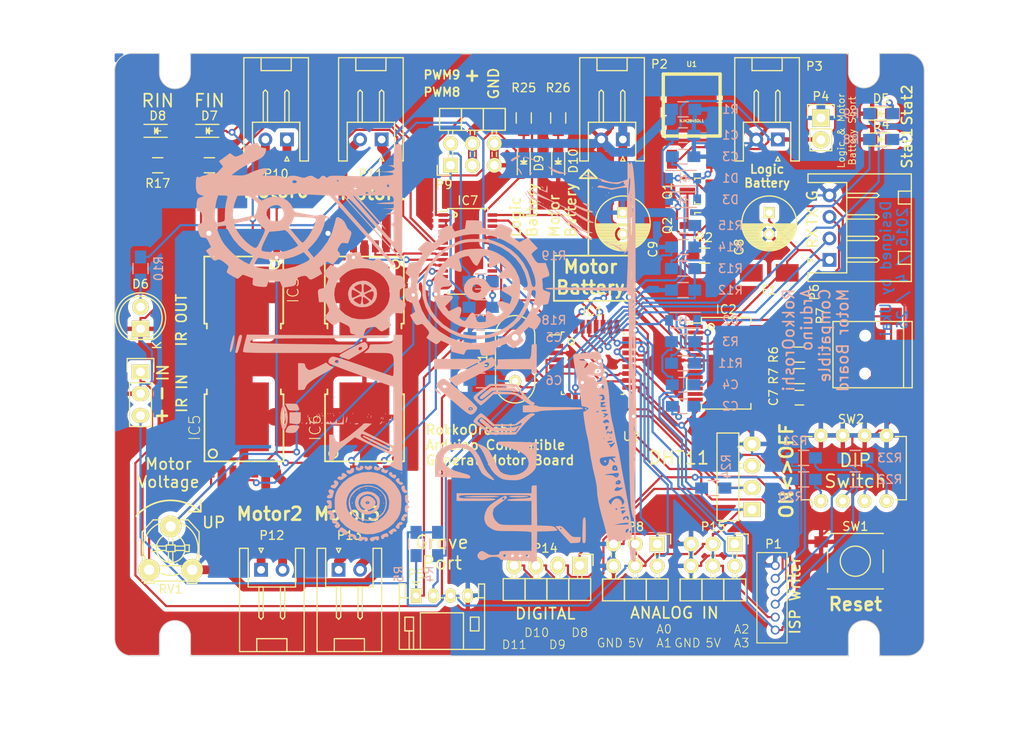
<source format=kicad_pcb>
(kicad_pcb (version 20221018) (generator pcbnew)
  (title_block (title "Arduino Compatible Motor Board") (rev "0.1") (company "RokkoOroshi"))
  (layers (0 "F.Cu" signal) (31 "B.Cu" signal) (34 "B.Paste" user) (35 "F.Paste" user) (36 "B.SilkS" user "B.Silkscreen") (37 "F.SilkS" user "F.Silkscreen") (38 "B.Mask" user) (39 "F.Mask" user) (44 "Edge.Cuts" user))
  (net 0 "")
  (net 1 "BATTERY")
  (net 2 "GNDD")
  (net 3 "Net-(C2-Pad1)")
  (net 4 "Net-(C3-Pad1)")
  (net 5 "RESET")
  (net 6 "DTR")
  (net 7 "Net-(C5-Pad2)")
  (net 8 "Net-(C6-Pad2)")
  (net 9 "Net-(C7-Pad1)")
  (net 10 "Net-(D1-Pad1)")
  (net 11 "USBVCC")
  (net 12 "+5V")
  (net 13 "Net-(D3-Pad1)")
  (net 14 "Net-(D4-Pad2)")
  (net 15 "Net-(D5-Pad2)")
  (net 16 "Net-(D6-Pad2)")
  (net 17 "Net-(D7-Pad2)")
  (net 18 "Net-(D7-Pad1)")
  (net 19 "Net-(D8-Pad2)")
  (net 20 "Net-(D8-Pad1)")
  (net 21 "IRLED")
  (net 22 "IR-RCV")
  (net 23 "STAT1")
  (net 24 "STAT2")
  (net 25 "MISO")
  (net 26 "SCK")
  (net 27 "5VBATSENS")
  (net 28 "8VBATSENS")
  (net 29 "SDA")
  (net 30 "SCL")
  (net 31 "RX")
  (net 32 "TX")
  (net 33 "TEMP_SENSOR")
  (net 34 "Net-(IC2-Pad1)")
  (net 35 "Net-(IC2-Pad15)")
  (net 36 "Net-(IC2-Pad16)")
  (net 37 "Net-(IC2-Pad19)")
  (net 38 "Net-(IC3-Pad1)")
  (net 39 "Net-(IC3-Pad2)")
  (net 40 "GND")
  (net 41 "Net-(IC3-Pad6)")
  (net 42 "+8V")
  (net 43 "Net-(IC4-Pad2)")
  (net 44 "Net-(IC4-Pad3)")
  (net 45 "Net-(IC4-Pad5)")
  (net 46 "Net-(IC4-Pad6)")
  (net 47 "Net-(IC5-Pad2)")
  (net 48 "Net-(IC5-Pad3)")
  (net 49 "Net-(IC5-Pad5)")
  (net 50 "Net-(IC5-Pad6)")
  (net 51 "Net-(IC6-Pad2)")
  (net 52 "Net-(IC6-Pad3)")
  (net 53 "Net-(IC6-Pad5)")
  (net 54 "Net-(IC6-Pad6)")
  (net 55 "PWM8")
  (net 56 "PWM9")
  (net 57 "Net-(P7-Pad6)")
  (net 58 "Net-(P9-Pad1)")
  (net 59 "Net-(P9-Pad2)")
  (net 60 "Net-(Q1-Pad3)")
  (net 61 "Net-(R20-Pad2)")
  (net 62 "Net-(R21-Pad2)")
  (net 63 "Net-(R22-Pad2)")
  (net 64 "Net-(R23-Pad2)")
  (net 65 "A0")
  (net 66 "A1")
  (net 67 "A2")
  (net 68 "A3")
  (net 69 "Net-(D9-Pad2)")
  (net 70 "Net-(D10-Pad2)")
  (net 71 "D8")
  (net 72 "D9")
  (net 73 "D10")
  (net 74 "D11")
  (net 75 "Net-(IC1-Pad9)")
  (footprint "Capacitors_SMD:C_0805_HandSoldering" (layer "F.Cu") (at 179.5 102.5)
    (fp_text reference "C7")
    (fp_text value "100nF")
  )
  (footprint "LEDs:LED_0805" (layer "F.Cu") (at 189 72.5)
    (fp_text reference "D4")
    (fp_text value "LED GREEN")
  )
  (footprint "LEDs:LED_0805" (layer "F.Cu") (at 189 69.5)
    (fp_text reference "D5")
    (fp_text value "LED RED")
  )
  (footprint "LEDs:LED-5MM" (layer "F.Cu") (at 103 94.5 90)
    (fp_text reference "D6")
    (fp_text value "LED IR")
  )
  (footprint "LEDs:LED_0805" (layer "F.Cu") (at 111 71.5)
    (fp_text reference "D7")
    (fp_text value "Led FIN")
  )
  (footprint "LEDs:LED_0805" (layer "F.Cu") (at 105 71.5)
    (fp_text reference "D8")
    (fp_text value "Led RIN")
  )
  (footprint "Housings_QFP:TQFP-32_7x7mm_Pitch0.8mm" (layer "F.Cu") (at 155.5 98.5)
    (fp_text reference "IC1")
    (fp_text value "ATMEGA328P-A")
  )
  (footprint "Housings_SSOP:SSOP-28_5.3x10.2mm_Pitch0.65mm" (layer "F.Cu") (at 171 98.5)
    (fp_text reference "IC2")
    (fp_text value "FT232RL")
  )
  (footprint "rohom:HRP7" (layer "F.Cu") (at 115 90 180)
    (fp_text reference "IC3")
    (fp_text value "BD6222HFP")
  )
  (footprint "rohom:HRP7" (layer "F.Cu") (at 129 90 180)
    (fp_text reference "IC4")
    (fp_text value "BD6222HFP")
  )
  (footprint "rohom:HRP7" (layer "F.Cu") (at 115 106)
    (fp_text reference "IC5")
    (fp_text value "BD6222HFP")
  )
  (footprint "rohom:HRP7" (layer "F.Cu") (at 129 106)
    (fp_text reference "IC6")
    (fp_text value "BD6222HFP")
  )
  (footprint "Housings_SSOP:TSSOP-28_4.4x9.7mm_Pitch0.65mm" (layer "F.Cu") (at 141 85.5)
    (fp_text reference "IC7")
    (fp_text value "PCA9685_TSSOP-28_4MM")
  )
  (footprint "jst-zh:B6B-ZR" (layer "F.Cu") (at 178 120.5 -90)
    (fp_text reference "P1")
    (fp_text value "ISP Writer")
  )
  (footprint "jst-xh:JST_XH_S2B-XH-A_02x2.50mm_Angled" (layer "F.Cu") (at 159 72.5)
    (fp_text reference "P2")
    (fp_text value "MOTOR-BAT")
  )
  (footprint "jst-xh:JST_XH_S2B-XH-A_02x2.50mm_Angled" (layer "F.Cu") (at 177 72.5)
    (fp_text reference "P3")
    (fp_text value "LOGIC-BAT")
  )
  (footprint "Connectors_JST:JST_PH_S4B-PH-K_04x2.00mm_Angled" (layer "F.Cu") (at 135 125.5)
    (fp_text reference "P5")
    (fp_text value "Grove")
  )
  (footprint "jst-xh:JST_XH_S4B-XH-A_04x2.50mm_Angled" (layer "F.Cu") (at 183 86.5 -90)
    (fp_text reference "P6")
    (fp_text value "Serial")
  )
  (footprint "Connect:USB_Mini-B" (layer "F.Cu") (at 188 97.5 180)
    (fp_text reference "P7")
    (fp_text value "USB_OTG")
  )
  (footprint "mymodule:Pin_Header_Angled_2x03_without_pin_show" (layer "F.Cu") (at 163 119.5 -90)
    (fp_text reference "P8")
    (fp_text value "IO")
  )
  (footprint "mymodule:Pin_Header_Angled_2x03_without_pin_show" (layer "F.Cu") (at 139 75.5 90)
    (fp_text reference "P9")
    (fp_text value "SERVO")
  )
  (footprint "jst-xh:JST_XH_S2B-XH-A_02x2.50mm_Angled" (layer "F.Cu") (at 120 72.5)
    (fp_text reference "P10")
    (fp_text value "Motor1")
  )
  (footprint "jst-xh:JST_XH_S2B-XH-A_02x2.50mm_Angled" (layer "F.Cu") (at 131 72.5)
    (fp_text reference "P11")
    (fp_text value "Motor2")
  )
  (footprint "jst-xh:JST_XH_S2B-XH-A_02x2.50mm_Angled" (layer "F.Cu") (at 117 122.5 180)
    (fp_text reference "P12")
    (fp_text value "Motor3")
  )
  (footprint "jst-xh:JST_XH_S2B-XH-A_02x2.50mm_Angled" (layer "F.Cu") (at 126 122.5 180)
    (fp_text reference "P13")
    (fp_text value "Motor4")
  )
  (footprint "mymodule:Pin_Header_Angled_1x04_without_pin_show" (layer "F.Cu") (at 154 122 -90)
    (fp_text reference "P14")
    (fp_text value "IO")
  )
  (footprint "TO_SOT_Packages_SMD:SOT-23_Handsoldering" (layer "F.Cu") (at 168 78.5 90)
    (fp_text reference "Q1")
    (fp_text value "Q_PMOS_GSD")
  )
  (footprint "TO_SOT_Packages_SMD:SOT-23_Handsoldering" (layer "F.Cu") (at 168 82.5 90)
    (fp_text reference "Q2")
    (fp_text value "Q_PMOS_GSD")
  )
  (footprint "Resistors_SMD:R_0805_HandSoldering" (layer "F.Cu") (at 168.5 86)
    (fp_text reference "R2")
    (fp_text value "10k")
  )
  (footprint "Resistors_SMD:R_0805_HandSoldering" (layer "F.Cu") (at 179.5 97.5)
    (fp_text reference "R6")
    (fp_text value "4.7k")
  )
  (footprint "Resistors_SMD:R_0805_HandSoldering" (layer "F.Cu") (at 179.5 100)
    (fp_text reference "R7")
    (fp_text value "10k")
  )
  (footprint "Resistors_SMD:R_0805_HandSoldering" (layer "F.Cu") (at 111 75.5 180)
    (fp_text reference "R16")
    (fp_text value "470")
  )
  (footprint "Resistors_SMD:R_0805_HandSoldering" (layer "F.Cu") (at 105 75.5 180)
    (fp_text reference "R17")
    (fp_text value "470")
  )
  (footprint "Potentiometers:Potentiometer_Triwood_RM-065" (layer "F.Cu") (at 104 122.5)
    (fp_text reference "RV1")
    (fp_text value "10k")
  )
  (footprint "Buttons_Switches_SMD:SW_SPST_PTS645" (layer "F.Cu") (at 186 121.5)
    (fp_text reference "SW1")
    (fp_text value "SW_PUSH")
  )
  (footprint "Housings_DIP:DIP-8_W7.62mm" (layer "F.Cu") (at 182 114.5 90)
    (fp_text reference "SW2")
    (fp_text value "SETTING")
  )
  (footprint "mymodule:TO-252-3" (layer "F.Cu") (at 167 68.5)
    (fp_text reference "U1")
    (fp_text value "NJM2845DL1")
  )
  (footprint "mymodule:DHT11" (layer "F.Cu") (at 174 115.5 180)
    (fp_text reference "U2")
    (fp_text value "DHT11")
  )
  (footprint "Pin_Headers:Pin_Header_Straight_1x03" (layer "F.Cu") (at 103 99.5)
    (fp_text reference "U4")
    (fp_text value "IR_Receiver")
  )
  (footprint "Crystals:HC-49V" (layer "F.Cu") (at 146.5 95.5 -90)
    (fp_text reference "Y1")
    (fp_text value "16MHz")
  )
  (footprint "mymodule:Pin_Header_Angled_2x03_without_pin_show" (layer "F.Cu") (at 172 119.5 -90)
    (fp_text reference "P15")
    (fp_text value "IO")
  )
  (footprint "LEDs:LED_0805" (layer "F.Cu") (at 147.5 75 90)
    (fp_text reference "D9")
    (fp_text value "Led MBAT")
  )
  (footprint "LEDs:LED_0805" (layer "F.Cu") (at 151.5 75 90)
    (fp_text reference "D10")
    (fp_text value "Led LBAT")
  )
  (footprint "Resistors_SMD:R_0805_HandSoldering" (layer "F.Cu") (at 147.5 70 90)
    (fp_text reference "R25")
    (fp_text value "470")
  )
  (footprint "Resistors_SMD:R_0805_HandSoldering" (layer "F.Cu") (at 151.5 70 90)
    (fp_text reference "R26")
    (fp_text value "470")
  )
  (footprint "Pin_Headers:Pin_Header_Straight_1x02" (layer "F.Cu") (at 182 70)
    (fp_text reference "P4")
    (fp_text value "JUMP")
  )
  (footprint "Capacitors_ThroughHole:C_Radial_D6.3_L11.2_P2.5" (layer "F.Cu") (at 176 81 -90)
    (fp_text reference "C8")
    (fp_text value "470uF")
  )
  (footprint "Capacitors_ThroughHole:C_Radial_D6.3_L11.2_P2.5" (layer "F.Cu") (at 159 81 -90)
    (fp_text reference "C9")
    (fp_text value "470uF")
  )
  (footprint "Fuse_Holders_and_Fuses:Fuse_SMD1206_HandSoldering" (layer "F.Cu") (at 176 88)
    (fp_text reference "F1")
    (fp_text value "500mA")
  )
  (footprint "tinkerforge:Fiducial_Mark" (layer "F.Cu") (at 147 142.550001)
    (fp_text reference "P16" hide)
    (fp_text value "IOPAD" hide)
  )
  (footprint "Capacitors_SMD:C_0805_HandSoldering" (layer "B.Cu") (at 166 72)
    (fp_text reference "C1")
    (fp_text value "0.33uF")
  )
  (footprint "Capacitors_SMD:C_0805_HandSoldering" (layer "B.Cu") (at 166 103.5)
    (fp_text reference "C2")
    (fp_text value "100nF")
  )
  (footprint "Capacitors_SMD:C_0805_HandSoldering" (layer "B.Cu") (at 166 74.5)
    (fp_text reference "C3")
    (fp_text value "2.2uF")
  )
  (footprint "Capacitors_SMD:C_0805_HandSoldering" (layer "B.Cu") (at 166 101)
    (fp_text reference "C4")
    (fp_text value "0.1uF")
  )
  (footprint "Capacitors_SMD:C_0805_HandSoldering" (layer "B.Cu") (at 142.5 95.5)
    (fp_text reference "C5")
    (fp_text value "22pF")
  )
  (footprint "Capacitors_SMD:C_0805_HandSoldering" (layer "B.Cu") (at 142.5 100.5)
    (fp_text reference "C6")
    (fp_text value "22pF")
  )
  (footprint "Diodes_SMD:SOD-123" (layer "B.Cu") (at 166 77)
    (fp_text reference "D1")
    (fp_text value "D")
  )
  (footprint "Diodes_SMD:SOD-123" (layer "B.Cu") (at 166 93.5 180)
    (fp_text reference "D2")
    (fp_text value "D")
  )
  (footprint "Diodes_SMD:SOD-123" (layer "B.Cu") (at 166 79.5)
    (fp_text reference "D3")
    (fp_text value "D")
  )
  (footprint "Resistors_SMD:R_0805_HandSoldering" (layer "B.Cu") (at 166 69)
    (fp_text reference "R1")
    (fp_text value "0")
  )
  (footprint "Resistors_SMD:R_0805_HandSoldering" (layer "B.Cu") (at 166 96 180)
    (fp_text reference "R3")
    (fp_text value "10k")
  )
  (footprint "Resistors_SMD:R_0805_HandSoldering" (layer "B.Cu") (at 137.5 119.5 -90)
    (fp_text reference "R4")
    (fp_text value "4.7k")
  )
  (footprint "Resistors_SMD:R_0805_HandSoldering" (layer "B.Cu") (at 135 119.5 -90)
    (fp_text reference "R5")
    (fp_text value "4.7k")
  )
  (footprint "Resistors_SMD:R_0805_HandSoldering" (layer "B.Cu") (at 189 72.5 180)
    (fp_text reference "R8")
    (fp_text value "470")
  )
  (footprint "Resistors_SMD:R_0805_HandSoldering" (layer "B.Cu") (at 189 69.5 180)
    (fp_text reference "R9")
    (fp_text value "470")
  )
  (footprint "Resistors_SMD:R_0805_HandSoldering" (layer "B.Cu") (at 103 87.5 90)
    (fp_text reference "R10")
    (fp_text value "330")
  )
  (footprint "Resistors_SMD:R_0805_HandSoldering" (layer "B.Cu") (at 166 98.5)
    (fp_text reference "R11")
    (fp_text value "1k")
  )
  (footprint "Resistors_SMD:R_0805_HandSoldering" (layer "B.Cu") (at 166 87.5)
    (fp_text reference "R12")
    (fp_text value "20k")
  )
  (footprint "Resistors_SMD:R_0805_HandSoldering" (layer "B.Cu") (at 166 90 180)
    (fp_text reference "R13")
    (fp_text value "10k")
  )
  (footprint "Resistors_SMD:R_0805_HandSoldering" (layer "B.Cu") (at 166 82.5)
    (fp_text reference "R14")
    (fp_text value "30k")
  )
  (footprint "Resistors_SMD:R_0805_HandSoldering" (layer "B.Cu") (at 166 85 180)
    (fp_text reference "R15")
    (fp_text value "10k")
  )
  (footprint "Resistors_SMD:R_0805_HandSoldering" (layer "B.Cu") (at 142.5 92)
    (fp_text reference "R18")
    (fp_text value "330")
  )
  (footprint "Resistors_SMD:R_0805_HandSoldering" (layer "B.Cu") (at 142.5 89)
    (fp_text reference "R19")
    (fp_text value "330")
  )
  (footprint "Resistors_SMD:R_0805_HandSoldering" (layer "B.Cu") (at 180 112)
    (fp_text reference "R20")
    (fp_text value "4.7k")
  )
  (footprint "Resistors_SMD:R_0805_HandSoldering" (layer "B.Cu") (at 180 109.5)
    (fp_text reference "R21")
    (fp_text value "4.7k")
  )
  (footprint "Resistors_SMD:R_0805_HandSoldering" (layer "B.Cu") (at 186 112)
    (fp_text reference "R22")
    (fp_text value "4.7k")
  )
  (footprint "Resistors_SMD:R_0805_HandSoldering" (layer "B.Cu") (at 186 109.5)
    (fp_text reference "R23")
    (fp_text value "4.7k")
  )
  (footprint "Resistors_SMD:R_0805_HandSoldering" (layer "B.Cu") (at 169.5 113)
    (fp_text reference "R24")
    (fp_text value "10k")
  )
  (footprint "mymodule:RokkoOroshiLogoBlack" (layer "B.Cu") (at 135 97.5 -90)
    (fp_text reference "G***" hide)
    (fp_text value "LOGO" hide)
  )
  (gr_circle (center 169.25 94.25) (end 169.5 94.5) (stroke (width 0.2)) (fill none) (layer "F.SilkS"))
  (gr_line (start 160 91.25) (end 160 86) (stroke (width 0.2)) (layer "F.SilkS"))
  (gr_line (start 155 76) (end 154 77) (stroke (width 0.2)) (layer "F.SilkS"))
  (gr_line (start 151 91.25) (end 160 91.25) (stroke (width 0.2)) (layer "F.SilkS"))
  (gr_line (start 155 76) (end 156 77) (stroke (width 0.2)) (layer "F.SilkS"))
  (gr_arc (start 102.5 116.25) (mid 106.146447 114.446699) (end 110 115.75) (stroke (width 0.2)) (layer "F.SilkS"))
  (gr_line (start 110 115.75) (end 108.5 115.75) (stroke (width 0.2)) (layer "F.SilkS"))
  (gr_line (start 151 91.25) (end 151 86) (stroke (width 0.2)) (layer "F.SilkS"))
  (gr_line (start 154 77) (end 155 76) (stroke (width 0.2)) (layer "F.SilkS"))
  (gr_circle (center 139.5 81.25) (end 139.75 81.25) (stroke (width 0.2)) (fill none) (layer "F.SilkS"))
  (gr_line (start 151 86) (end 160 86) (stroke (width 0.2)) (layer "F.SilkS"))
  (gr_line (start 154 77) (end 156 77) (stroke (width 0.2)) (layer "F.SilkS"))
  (gr_line (start 110 115.75) (end 110 114.25) (stroke (width 0.2)) (layer "F.SilkS"))
  (gr_circle (center 153 96) (end 153.25 96.25) (stroke (width 0.2)) (fill none) (layer "F.SilkS"))
  (gr_line (start 154 86) (end 155 86) (stroke (width 0.2)) (layer "F.SilkS"))
  (gr_line (start 156 77) (end 155 76) (stroke (width 0.2)) (layer "F.SilkS"))
  (gr_line (start 155 76) (end 155 86) (stroke (width 0.2)) (layer "F.SilkS"))
  (gr_line (start 160 91.25) (end 160 91) (stroke (width 0.2)) (layer "F.SilkS"))
  (gr_line (start 105.2 132.5) (end 105.2 130.2) (stroke (width 0.1)) (layer "Edge.Cuts"))
  (gr_line (start 108.8 132.5) (end 108.8 130.2) (stroke (width 0.1)) (layer "Edge.Cuts"))
  (gr_line (start 105.2 64.8) (end 105.2 62.5) (stroke (width 0.1)) (layer "Edge.Cuts"))
  (gr_line (start 108.8 64.8) (end 108.8 62.5) (stroke (width 0.1)) (layer "Edge.Cuts"))
  (gr_arc (start 102 132.5) (mid 100.585786 131.914214) (end 100 130.5) (stroke (width 0.1)) (layer "Edge.Cuts"))
  (gr_arc (start 192 62.5) (mid 193.414214 63.085786) (end 194 64.5) (stroke (width 0.1)) (layer "Edge.Cuts"))
  (gr_arc (start 100 64.5) (mid 100.585786 63.085786) (end 102 62.5) (stroke (width 0.1)) (layer "Edge.Cuts"))
  (gr_arc (start 194 130.5) (mid 193.414214 131.914214) (end 192 132.5) (stroke (width 0.1)) (layer "Edge.Cuts"))
  (gr_arc (start 187 66.5) (mid 185.727208 65.972792) (end 185.2 64.7) (stroke (width 0.1)) (layer "Edge.Cuts"))
  (gr_arc (start 105.2 130.2) (mid 105.727208 128.927208) (end 107 128.4) (stroke (width 0.1)) (layer "Edge.Cuts"))
  (gr_line (start 188.8 132.5) (end 192 132.5) (stroke (width 0.1)) (layer "Edge.Cuts"))
  (gr_line (start 188.8 132.5) (end 188.8 130.2) (stroke (width 0.1)) (layer "Edge.Cuts"))
  (gr_arc (start 185.2 130.2) (mid 185.727208 128.927208) (end 187 128.4) (stroke (width 0.1)) (layer "Edge.Cuts"))
  (gr_line (start 108.8 132.5) (end 185.2 132.5) (stroke (width 0.1)) (layer "Edge.Cuts"))
  (gr_line (start 102 132.5) (end 105.2 132.5) (stroke (width 0.1)) (layer "Edge.Cuts"))
  (gr_line (start 108.8 62.5) (end 185.2 62.5) (stroke (width 0.1)) (layer "Edge.Cuts"))
  (gr_line (start 188.8 62.5) (end 188.9 62.5) (stroke (width 0.1)) (layer "Edge.Cuts"))
  (gr_line (start 185.2 132.5) (end 185.2 131) (stroke (width 0.1)) (layer "Edge.Cuts"))
  (gr_arc (start 108.8 64.8) (mid 108.272792 66.072792) (end 107 66.6) (stroke (width 0.1)) (layer "Edge.Cuts"))
  (gr_line (start 102 62.5) (end 105.2 62.5) (stroke (width 0.1)) (layer "Edge.Cuts"))
  (gr_arc (start 188.8 64.8) (mid 188.202082 66.043503) (end 186.9 66.5) (stroke (width 0.1)) (layer "Edge.Cuts"))
  (gr_arc (start 107 66.6) (mid 105.727208 66.072792) (end 105.2 64.8) (stroke (width 0.1)) (layer "Edge.Cuts"))
  (gr_line (start 188.8 64.8) (end 188.8 62.5) (stroke (width 0.1)) (layer "Edge.Cuts"))
  (gr_line (start 185.2 64.7) (end 185.2 62.5) (stroke (width 0.1)) (layer "Edge.Cuts"))
  (gr_line (start 100 130.5) (end 100 64.5) (stroke (width 0.1)) (layer "Edge.Cuts"))
  (gr_line (start 185.2 132.5) (end 185.2 130.2) (stroke (width 0.1)) (layer "Edge.Cuts"))
  (gr_arc (start 107 128.4) (mid 108.272792 128.927208) (end 108.8 130.2) (stroke (width 0.1)) (layer "Edge.Cuts"))
  (gr_line (start 188.8 62.5) (end 192 62.5) (stroke (width 0.1)) (layer "Edge.Cuts"))
  (gr_arc (start 187 128.4) (mid 188.272792 128.927208) (end 188.8 130.2) (stroke (width 0.1)) (layer "Edge.Cuts"))
  (gr_line (start 194 64.5) (end 194 130.5) (stroke (width 0.1)) (layer "Edge.Cuts"))
  (gr_text "Designed by Ukai\n2016 / 4 / 26" (at 190.5 87.5 90) (layer "B.Cu") (effects (font (size 1.2 1.2) (thickness 0.2)) (justify mirror)))
  (gr_text "RokkoOroshi\nArduino\nCompatible\nMotor Board" (at 181.4 89.7 90) (layer "B.SilkS") (effects (font (size 1.3 1.3) (thickness 0.2)) (justify left mirror)))
  (gr_text "+" (at 141.5 65) (layer "F.SilkS") (effects (font (size 1.5 1.5) (thickness 0.3))))
  (gr_text "Motor\nBattery" (at 155.25 88.5) (layer "F.SilkS") (effects (font (size 1.5 1.5) (thickness 0.3))))
  (gr_text "Motor3" (at 127 116) (layer "F.SilkS") (effects (font (size 1.5 1.5) (thickness 0.3))))
  (gr_text "RX" (at 181 84 90) (layer "F.SilkS") (effects (font (size 1.2 1.2) (thickness 0.2))))
  (gr_text "A2" (at 172.8 129.4) (layer "F.SilkS") (effects (font (size 1 1) (thickness 0.1))))
  (gr_text "Stat1" (at 192 73.5 90) (layer "F.SilkS") (effects (font (size 1.2 1.2) (thickness 0.2))))
  (gr_text "Motor\nVoltage" (at 106.25 111.25) (layer "F.SilkS") (effects (font (size 1.3 1.3) (thickness 0.2))))
  (gr_text "Grove\nPort" (at 138 120.5) (layer "F.SilkS") (effects (font (size 1.5 1.5) (thickness 0.2))))
  (gr_text "D9" (at 151.4 131.2) (layer "F.SilkS") (effects (font (size 1 1) (thickness 0.1))))
  (gr_text "TX" (at 181 81.5 90) (layer "F.SilkS") (effects (font (size 1.2 1.2) (thickness 0.2))))
  (gr_text "IR OUT" (at 107.75 93.5 90) (layer "F.SilkS") (effects (font (size 1.2 1.2) (thickness 0.2))))
  (gr_text "GND" (at 166.5 131) (layer "F.SilkS") (effects (font (size 1 1) (thickness 0.1))))
  (gr_text "A3" (at 172.8 131) (layer "F.SilkS") (effects (font (size 1 1) (thickness 0.1))))
  (gr_text "Motor2" (at 118 116) (layer "F.SilkS") (effects (font (size 1.5 1.5) (thickness 0.3))))
  (gr_text "ISP Writer" (at 179 125.5 90) (layer "F.SilkS") (effects (font (size 1.2 1.2) (thickness 0.2))))
  (gr_text "RIN" (at 105 68) (layer "F.SilkS") (effects (font (size 1.5 1.5) (thickness 0.2))))
  (gr_text "GND" (at 144 66 90) (layer "F.SilkS") (effects (font (size 1.2 1.2) (thickness 0.2))))
  (gr_text "+" (at 105.5 104.5) (layer "F.SilkS") (effects (font (size 1.5 1.5) (thickness 0.3))))
  (gr_text "Logic & Motor\nBattery Short" (at 185 71.5 90) (layer "F.SilkS") (effects (font (size 0.8 0.8) (thickness 0.1))))
  (gr_text "-" (at 105.4 102 90) (layer "F.SilkS") (effects (font (size 1.5 1.5) (thickness 0.3))))
  (gr_text "UP" (at 111.5 117) (layer "F.SilkS") (effects (font (size 1.3 1.3) (thickness 0.2))))
  (gr_text "PWM8" (at 138 67) (layer "F.SilkS") (effects (font (size 1 1) (thickness 0.2))))
  (gr_text "A0" (at 163.8 129.4) (layer "F.SilkS") (effects (font (size 1 1) (thickness 0.1))))
  (gr_text "Motor0" (at 118.75 78.5) (layer "F.SilkS") (effects (font (size 1.5 1.5) (thickness 0.3))))
  (gr_text "GND" (at 157.5 131) (layer "F.SilkS") (effects (font (size 1 1) (thickness 0.1))))
  (gr_text "FIN" (at 111 68) (layer "F.SilkS") (effects (font (size 1.5 1.5) (thickness 0.2))))
  (gr_text "IN" (at 105.6 99.6 90) (layer "F.SilkS") (effects (font (size 1.3 1.3) (thickness 0.2))))
  (gr_text "Reset" (at 186 126.5) (layer "F.SilkS") (effects (font (size 1.5 1.5) (thickness 0.3))))
  (gr_text "D10\n" (at 149 129.8) (layer "F.SilkS") (effects (font (size 1 1) (thickness 0.1))))
  (gr_text "D11" (at 146.4 131.2) (layer "F.SilkS") (effects (font (size 1 1) (thickness 0.1))))
  (gr_text "DIGITAL" (at 150 127.6) (layer "F.SilkS") (effects (font (size 1.3 1.3) (thickness 0.2))))
  (gr_text "Logic\nBattery" (at 147.5 84 90) (layer "F.SilkS") (effects (font (size 1.2 1.2) (thickness 0.2)) (justify left)))
  (gr_text "Motor\nBattery" (at 152 84 90) (layer "F.SilkS") (effects (font (size 1.2 1.2) (thickness 0.2)) (justify left)))
  (gr_text "DIP\nSwitch" (at 186 111) (layer "F.SilkS") (effects (font (size 1.5 1.5) (thickness 0.2))))
  (gr_text "IR IN" (at 107.8 102 90) (layer "F.SilkS") (effects (font (size 1.2 1.2) (thickness 0.2))))
  (gr_text "5V" (at 160.5 131) (layer "F.SilkS") (effects (font (size 1 1) (thickness 0.1))))
  (gr_text "DHT11" (at 165.5 109.5) (layer "F.SilkS") (effects (font (size 1.5 1.5) (thickness 0.2))))
  (gr_text "A1" (at 163.8 131) (layer "F.SilkS") (effects (font (size 1 1) (thickness 0.1))))
  (gr_text "Stat2" (at 192 68.5 90) (layer "F.SilkS") (effects (font (size 1.2 1.2) (thickness 0.2))))
  (gr_text "Logic\nBattery" (at 175.75 76.75) (layer "F.SilkS") (effects (font (size 1 1) (thickness 0.2))))
  (gr_text "D8" (at 154 129.8) (layer "F.SilkS") (effects (font (size 1 1) (thickness 0.1))))
  (gr_text "Motor1" (at 130 78.75) (layer "F.SilkS") (effects (font (size 1.5 1.5) (thickness 0.3))))
  (gr_text "ON<>OFF" (at 178 111 90) (layer "F.SilkS") (effects (font (size 1.5 1.5) (thickness 0.3))))
  (gr_text "G" (at 181 79 90) (layer "F.SilkS") (effects (font (size 1.2 1.2) (thickness 0.2))))
  (gr_text "RokkoOroshi\nArduino Compatible\nGeneral Motor Board" (at 136 108) (layer "F.SilkS") (effects (font (size 1.1 1.1) (thickness 0.2)) (justify left)))
  (gr_text "PWM9" (at 138 65) (layer "F.SilkS") (effects (font (size 1 1) (thickness 0.2))))
  (gr_text "5V" (at 169.5 131) (layer "F.SilkS") (effects (font (size 1 1) (thickness 0.1))))
  (gr_text "ANALOG IN" (at 165 127.5) (layer "F.SilkS") (effects (font (size 1.3 1.3) (thickness 0.2))))
  (segment (start 181.96 72.5) (end 182 72.54) (width 0.508) (layer "F.Cu") (net 1))
  (segment (start 165.6258 74.7992) (end 167.033 73.392) (width 0.254) (layer "F.Cu") (net 1))
  (segment (start 177 72.5) (end 181.96 72.5) (width 0.508) (layer "F.Cu") (net 1))
  (segment (start 172.5232 73.6073) (end 175.0623 73.6073) (width 0.254) (layer "F.Cu") (net 1))
  (segment (start 175.8927 72.7769) (end 175.8927 72.5) (width 0.254) (layer "F.Cu") (net 1))
  (segment (start 167.033 73.392) (end 172.3079 73.392) (width 0.254) (layer "F.Cu") (net 1))
  (segment (start 177 72.5) (end 175.8927 72.5) (width 0.254) (layer "F.Cu") (net 1))
  (segment (start 164.7191 74.7992) (end 165.6258 74.7992) (width 0.254) (layer "F.Cu") (net 1))
  (segment (start 175.0623 73.6073) (end 175.8927 72.7769) (width 0.254) (layer "F.Cu") (net 1))
  (segment (start 172.3079 73.392) (end 172.5232 73.6073) (width 0.254) (layer "F.Cu") (net 1))
  (segment (start 164.75 72) (end 164.75 72.9323) (width 0.254) (layer "B.Cu") (net 1))
  (segment (start 175.8927 72.2232) (end 171.7121 68.0426) (width 0.254) (layer "B.Cu") (net 1))
  (segment (start 177 72.5) (end 175.8927 72.5) (width 0.254) (layer "B.Cu") (net 1))
  (segment (start 175.8927 72.5) (end 175.8927 72.2232) (width 0.254) (layer "B.Cu") (net 1))
  (segment (start 164.65 86.5427) (end 164.9772 86.5427) (width 0.254) (layer "B.Cu") (net 1))
  (segment (start 163.6026 73.8175) (end 164.4878 72.9323) (width 0.254) (layer "B.Cu") (net 1))
  (segment (start 164.9772 86.5427) (end 166.1741 85.3458) (width 0.254) (layer "B.Cu") (net 1))
  (segment (start 165.7074 71.0426) (end 164.75 72) (width 0.254) (layer "B.Cu") (net 1))
  (segment (start 163.8449 78.0105) (end 163.6026 77.7682) (width 0.254) (layer "B.Cu") (net 1))
  (segment (start 164.65 87.5) (end 164.65 86.5427) (width 0.254) (layer "B.Cu") (net 1))
  (segment (start 165.7074 68.7408) (end 165.7074 71.0426) (width 0.254) (layer "B.Cu") (net 1))
  (segment (start 164.3877 78.0105) (end 163.8449 78.0105) (width 0.254) (layer "B.Cu") (net 1))
  (segment (start 166.4056 68.0426) (end 165.7074 68.7408) (width 0.254) (layer "B.Cu") (net 1))
  (segment (start 166.1741 85.3458) (end 166.1741 79.7969) (width 0.254) (layer "B.Cu") (net 1))
  (segment (start 166.1741 79.7969) (end 164.3877 78.0105) (width 0.254) (layer "B.Cu") (net 1))
  (segment (start 164.4878 72.9323) (end 164.75 72.9323) (width 0.254) (layer "B.Cu") (net 1))
  (segment (start 171.7121 68.0426) (end 166.4056 68.0426) (width 0.254) (layer "B.Cu") (net 1))
  (segment (start 163.6026 77.7682) (end 163.6026 73.8175) (width 0.254) (layer "B.Cu") (net 1))
  (segment (start 179.3074 97.8591) (end 180.491 99.0427) (width 0.254) (layer "F.Cu") (net 2))
  (segment (start 185.4301 115.2466) (end 182.384 118.2927) (width 0.254) (layer "F.Cu") (net 2))
  (segment (start 138.751 81.925) (end 139.0073 81.6687) (width 0.254) (layer "F.Cu") (net 2))
  (segment (start 138.7601 89.725) (end 139.0074 89.4777) (width 0.254) (layer "F.Cu") (net 2))
  (segment (start 176.7021 121.9986) (end 175.8716 121.9986) (width 0.254) (layer "F.Cu") (net 2))
  (segment (start 187.951 72.5) (end 187.951 69.5) (width 0.254) (layer "F.Cu") (net 2))
  (segment (start 142.9424 80.9844) (end 146.9711 76.9557) (width 0.254) (layer "F.Cu") (net 2))
  (segment (start 111 70.5796) (end 111 73.1927) (width 0.254) (layer "F.Cu") (net 2))
  (segment (start 112.35 75.5) (end 112.35 74.5427) (width 0.254) (layer "F.Cu") (net 2))
  (segment (start 137.2927 73.0035) (end 134.3395 70.0503) (width 0.254) (layer "F.Cu") (net 2))
  (segment (start 189.62 106.3263) (end 188.741 106.3263) (width 0.254) (layer "F.Cu") (net 2))
  (segment (start 139.0074 89.4777) (end 139.0074 84.1606) (width 0.254) (layer "F.Cu") (net 2))
  (segment (start 106.35 75.9786) (end 106.35 75.5) (width 0.254) (layer "F.Cu") (net 2))
  (segment (start 173.4177 98.175) (end 173.4177 96.225) (width 0.254) (layer "F.Cu") (net 2))
  (segment (start 176.4078 100.974) (end 176.2088 100.775) (width 0.254) (layer "F.Cu") (net 2))
  (segment (start 157.7566 98.9861) (end 158.6427 98.1) (width 0.254) (layer "F.Cu") (net 2))
  (segment (start 180.85 100.9573) (end 180.4948 101.3125) (width 0.254) (layer "F.Cu") (net 2))
  (segment (start 138.15 81.275) (end 137.2927 81.275) (width 0.254) (layer "F.Cu") (net 2))
  (segment (start 183.0928 95.8998) (end 183.0927 95.8997) (width 0.254) (layer "F.Cu") (net 2))
  (segment (start 163.7933 68.5) (end 161.6746 66.3813) (width 0.254) (layer "F.Cu") (net 2))
  (segment (start 166.8089 98.175) (end 166.2177 98.175) (width 0.254) (layer "F.Cu") (net 2))
  (segment (start 138.15 82.575) (end 138.3072 82.575) (width 0.254) (layer "F.Cu") (net 2))
  (segment (start 166.1427 98.1) (end 166.2177 98.175) (width 0.254) (layer "F.Cu") (net 2))
  (segment (start 106.35 75.5) (end 106.35 74.5427) (width 0.254) (layer "F.Cu") (net 2))
  (segment (start 159.75 98.1) (end 158.6427 98.1) (width 0.254) (layer "F.Cu") (net 2))
  (segment (start 161.6746 66.3813) (end 143.9149 66.3813) (width 0.254) (layer "F.Cu") (net 2))
  (segment (start 174.6 96.225) (end 173.4177 96.225) (width 0.254) (layer "F.Cu") (net 2))
  (segment (start 152.7758 98.4815) (end 152.7758 97.7185) (width 0.254) (layer "F.Cu") (net 2))
  (segment (start 138.5787 83.4393) (end 138.5787 83.875) (width 0.254) (layer "F.Cu") (net 2))
  (segment (start 174 107.88) (end 174 106.7091) (width 0.254) (layer "F.Cu") (net 2))
  (segment (start 142.81 72.5323) (end 143.555 71.7873) (width 0.254) (layer "F.Cu") (net 2))
  (segment (start 142.81 75.8929) (end 142.81 72.5323) (width 0.254) (layer "F.Cu") (net 2))
  (segment (start 189.62 106.88) (end 189.62 106.3263) (width 0.254) (layer "F.Cu") (net 2))
  (segment (start 175.7823 95.575) (end 175.7823 96.225) (width 0.254) (layer "F.Cu") (net 2))
  (segment (start 138.15 83.875) (end 138.5787 83.875) (width 0.254) (layer "F.Cu") (net 2))
  (segment (start 105.1422 70.7421) (end 105.1422 73.3349) (width 0.254) (layer "F.Cu") (net 2))
  (segment (start 160.8573 98.1) (end 166.1427 98.1) (width 0.254) (layer "F.Cu") (net 2))
  (segment (start 137.2927 73.0035) (end 137.2927 76.6764) (width 0.254) (layer "F.Cu") (net 2))
  (segment (start 175.7823 96.225) (end 178.7152 96.225) (width 0.254) (layer "F.Cu") (net 2))
  (segment (start 143.2426 83.875) (end 142.9927 83.875) (width 0.254) (layer "F.Cu") (net 2))
  (segment (start 105.3047 70.5796) (end 105.1422 70.7421) (width 0.254) (layer "F.Cu") (net 2))
  (segment (start 143.85 83.225) (end 143.4214 83.225) (width 0.254) (layer "F.Cu") (net 2))
  (segment (start 147.5 76.049) (end 147.5 75.1423) (width 0.254) (layer "F.Cu") (net 2))
  (segment (start 180.75 101.5677) (end 180.4948 101.3125) (width 0.254) (layer "F.Cu") (net 2))
  (segment (start 143.555 71.7873) (end 144.6017 71.7873) (width 0.254) (layer "F.Cu") (net 2))
  (segment (start 188.8927 119.25) (end 188.8927 118.7092) (width 0.254) (layer "F.Cu") (net 2))
  (segment (start 166.8089 98.175) (end 167.4 98.175) (width 0.254) (layer "F.Cu") (net 2))
  (segment (start 173.4177 106.1268) (end 174 106.7091) (width 0.254) (layer "F.Cu") (net 2))
  (segment (start 183.0927 95.8997) (end 183.0927 90.2846) (width 0.254) (layer "F.Cu") (net 2))
  (segment (start 174.2067 72.5) (end 174.5 72.5) (width 0.254) (layer "F.Cu") (net 2))
  (segment (start 143.4214 83.875) (end 143.2426 83.875) (width 0.254) (layer "F.Cu") (net 2))
  (segment (start 184.5507 95.8998) (end 183.0928 95.8998) (width 0.254) (layer "F.Cu") (net 2))
  (segment (start 159.0909 119.1361) (end 159.0909 119.5) (width 0.254) (layer "F.Cu") (net 2))
  (segment (start 180.85 100) (end 180.85 99.0427) (width 0.254) (layer "F.Cu") (net 2))
  (segment (start 151.25 98.9) (end 152.3573 98.9) (width 0.254) (layer "F.Cu") (net 2))
  (segment (start 191.7059 91.8455) (end 188.2073 88.3469) (width 0.254) (layer "F.Cu") (net 2))
  (segment (start 152.7758 97.7185) (end 152.3573 97.3) (width 0.254) (layer "F.Cu") (net 2))
  (segment (start 185.0304 81.0304) (end 183 79) (width 0.254) (layer "F.Cu") (net 2))
  (segment (start 138.1701 81.925) (end 138.4643 81.925) (width 0.254) (layer "F.Cu") (net 2))
  (segment (start 137.2927 76.6764) (end 137.2927 81.275) (width 0.254) (layer "F.Cu") (net 2))
  (segment (start 138.3072 82.575) (end 138.3072 83.225) (width 0.254) (layer "F.Cu") (net 2))
  (segment (start 153.2804 98.9861) (end 157.7566 98.9861) (width 0.254) (layer "F.Cu") (net 2))
  (segment (start 103 94.5) (end 103 93.2427) (width 0.254) (layer "F.Cu") (net 2))
  (segment (start 143.2426 83.225) (end 142.9927 83.4749) (width 0.254) (layer "F.Cu") (net 2))
  (segment (start 168.0909 121.6761) (end 168.0909 122.04) (width 0.254) (layer "F.Cu") (net 2))
  (segment (start 173.4177 98.175) (end 167.4 98.175) (width 0.254) (layer "F.Cu") (net 2))
  (segment (start 138.3644 83.225) (end 138.5787 83.4393) (width 0.254) (layer "F.Cu") (net 2))
  (segment (start 185.6512 106.88) (end 187.08 106.88) (width 0.254) (layer "F.Cu") (net 2))
  (segment (start 166.92 119.5) (end 165.7491 119.5) (width 0.254) (layer "F.Cu") (net 2))
  (segment (start 142.9927 84.1249) (end 142.9927 84.525) (width 0.254) (layer "F.Cu") (net 2))
  (segment (start 167 68.5) (end 170.2067 68.5) (width 0.254) (layer "F.Cu") (net 2))
  (segment (start 139.0073 81.6687) (end 139.0073 81.275) (width 0.254) (layer "F.Cu") (net 2))
  (segment (start 146.5933 73.7789) (end 146.5933 74.689) (width 0.254) (layer "F.Cu") (net 2))
  (segment (start 146.5933 74.689) (end 147.0466 75.1423) (width 0.254) (layer "F.Cu") (net 2))
  (segment (start 111 70.5796) (end 105.3047 70.5796) (width 0.254) (layer "F.Cu") (net 2))
  (segment (start 174.7268 120.8538) (end 168.9132 120.8538) (width 0.254) (layer "F.Cu") (net 2))
  (segment (start 187.951 74.049) (end 187.951 72.5) (width 0.254) (layer "F.Cu") (net 2))
  (segment (start 142.9927 83.4749) (end 142.9927 83.875) (width 0.254) (layer "F.Cu") (net 2))
  (segment (start 170.2067 68.5) (end 174.2067 72.5) (width 0.254) (layer "F.Cu") (net 2))
  (segment (start 189.975 119.25) (end 188.8927 119.25) (width 0.254) (layer "F.Cu") (net 2))
  (segment (start 164.5763 118.3272) (end 159.8998 118.3272) (width 0.254) (layer "F.Cu") (net 2))
  (segment (start 167 68.5) (end 163.7933 68.5) (width 0.254) (layer "F.Cu") (net 2))
  (segment (start 147.0466 75.1423) (end 147.5 75.1423) (width 0.254) (layer "F.Cu") (net 2))
  (segment (start 143.2426 83.225) (end 142.9424 82.9248) (width 0.254) (layer "F.Cu") (net 2))
  (segment (start 176.2088 100.775) (end 174.6 100.775) (width 0.254) (layer "F.Cu") (net 2))
  (segment (start 137.2927 76.6764) (end 142.0265 76.6764) (width 0.254) (layer "F.Cu") (net 2))
  (segment (start 106.35 75.9786) (end 106.35 76.4573) (width 0.254) (layer "F.Cu") (net 2))
  (segment (start 138.3072 82.575) (end 138.4643 82.575) (width 0.254) (layer "F.Cu") (net 2))
  (segment (start 191.7059 103.6868) (end 191.7059 91.8455) (width 0.254) (layer "F.Cu") (net 2))
  (segment (start 138.15 81.925) (end 138.1701 81.925) (width 0.254) (layer "F.Cu") (net 2))
  (segment (start 143.85 84.525) (end 142.9927 84.525) (width 0.254) (layer "F.Cu") (net 2))
  (segment (start 106.35 90.4428) (end 103.5501 93.2427) (width 0.254) (layer "F.Cu") (net 2))
  (segment (start 180.1563 100.974) (end 176.4078 100.974) (width 0.254) (layer "F.Cu") (net 2))
  (segment (start 182.384 118.2927) (end 182.025 118.2927) (width 0.254) (layer "F.Cu") (net 2))
  (segment (start 152.3573 98.9) (end 152.7758 98.4815) (width 0.254) (layer "F.Cu") (net 2))
  (segment (start 174.6 98.825) (end 173.4177 98.825) (width 0.254) (layer "F.Cu") (net 2))
  (segment (start 184.54 106.88) (end 185.6512 106.88) (width 0.254) (layer "F.Cu") (net 2))
  (segment (start 178.7152 96.225) (end 179.3074 96.8172) (width 0.254) (layer "F.Cu") (net 2))
  (segment (start 142.0265 76.6764) (end 142.81 75.8929) (width 0.254) (layer "F.Cu") (net 2))
  (segment (start 183 79) (end 187.951 74.049) (width 0.254) (layer "F.Cu") (net 2))
  (segment (start 152.7758 98.4815) (end 153.2804 98.9861) (width 0.254) (layer "F.Cu") (net 2))
  (segment (start 188.8927 118.7092) (end 185.4301 115.2466) (width 0.254) (layer "F.Cu") (net 2))
  (segment (start 185.0304 88.3469) (end 185.0304 81.0304) (width 0.254) (layer "F.Cu") (net 2))
  (segment (start 173.5 86) (end 169.85 86) (width 0.254) (layer "F.Cu") (net 2))
  (segment (start 188.741 106.3263) (end 188.1873 106.88) (width 0.254) (layer "F.Cu") (net 2))
  (segment (start 173.4177 98.825) (end 173.4177 98.175) (width 0.254) (layer "F.Cu") (net 2))
  (segment (start 189.62 105.7727) (end 191.7059 103.6868) (width 0.254) (layer "F.Cu") (net 2))
  (segment (start 185.6512 106.88) (end 185.6512 115.0255) (width 0.254) (layer "F.Cu") (net 2))
  (segment (start 179.3074 96.8172) (end 179.3074 97.8591) (width 0.254) (layer "F.Cu") (net 2))
  (segment (start 106.35 76.4573) (end 106.35 90.4428) (width 0.254) (layer "F.Cu") (net 2))
  (segment (start 173.4177 100.775) (end 173.4177 106.1268) (width 0.254) (layer "F.Cu") (net 2))
  (segment (start 185.6512 115.0255) (end 185.4301 115.2466) (width 0.254) (layer "F.Cu") (net 2))
  (segment (start 180.491 99.0427) (end 180.85 99.0427) (width 0.254) (layer "F.Cu") (net 2))
  (segment (start 143.9149 66.3813) (end 137.2927 73.0035) (width 0.254) (layer "F.Cu") (net 2))
  (segment (start 138.15 83.225) (end 138.3072 83.225) (width 0.254) (layer "F.Cu") (net 2))
  (segment (start 139.0074 84.1606) (end 138.7218 83.875) (width 0.254) (layer "F.Cu") (net 2))
  (segment (start 105.1422 73.3349) (end 106.35 74.5427) (width 0.254) (layer "F.Cu") (net 2))
  (segment (start 174.6 100.775) (end 173.4177 100.775) (width 0.254) (layer "F.Cu") (net 2))
  (segment (start 168.9132 120.8538) (end 168.0909 121.6761) (width 0.254) (layer "F.Cu") (net 2))
  (segment (start 174.6 96.225) (end 175.7823 96.225) (width 0.254) (layer "F.Cu") (net 2))
  (segment (start 174.6 95.575) (end 175.7823 95.575) (width 0.254) (layer "F.Cu") (net 2))
  (segment (start 138.15 81.275) (end 139.0073 81.275) (width 0.254) (layer "F.Cu") (net 2))
  (segment (start 103.5501 93.2427) (end 103 93.2427) (width 0.254) (layer "F.Cu") (net 2))
  (segment (start 175.8716 121.9986) (end 174.7268 120.8538) (width 0.254) (layer "F.Cu") (net 2))
  (segment (start 180.4948 101.3125) (end 180.1563 100.974) (width 0.254) (layer "F.Cu") (net 2))
  (segment (start 138.7218 83.875) (end 138.5787 83.875) (width 0.254) (layer "F.Cu") (net 2))
  (segment (start 142.9424 82.9248) (end 142.9424 80.9844) (width 0.254) (layer "F.Cu") (net 2))
  (segment (start 189.62 106.3263) (end 189.62 105.7727) (width 0.254) (layer "F.Cu") (net 2))
  (segment (start 151.25 97.3) (end 152.3573 97.3) (width 0.254) (layer "F.Cu") (net 2))
  (segment (start 176 83.5) (end 173.5 86) (width 0.254) (layer "F.Cu") (net 2))
  (segment (start 143.85 83.875) (end 143.4214 83.875) (width 0.254) (layer "F.Cu") (net 2))
  (segment (start 180.85 100) (end 180.85 100.9573) (width 0.254) (layer "F.Cu") (net 2))
  (segment (start 138.3072 83.225) (end 138.3644 83.225) (width 0.254) (layer "F.Cu") (net 2))
  (segment (start 144.6017 71.7873) (end 146.5933 73.7789) (width 0.254) (layer "F.Cu") (net 2))
  (segment (start 143.2426 83.875) (end 142.9927 84.1249) (width 0.254) (layer "F.Cu") (net 2))
  (segment (start 159.8998 118.3272) (end 159.0909 119.1361) (width 0.254) (layer "F.Cu") (net 2))
  (segment (start 188.2073 88.3469) (end 185.0304 88.3469) (width 0.254) (layer "F.Cu") (net 2))
  (segment (start 111 73.1927) (end 112.35 74.5427) (width 0.254) (layer "F.Cu") (net 2))
  (segment (start 183.0927 90.2846) (end 185.0304 88.3469) (width 0.254) (layer "F.Cu") (net 2))
  (segment (start 146.9711 76.9557) (end 147.5 76.9557) (width 0.254) (layer "F.Cu") (net 2))
  (segment (start 157.92 119.5) (end 159.0909 119.5) (width 0.254) (layer "F.Cu") (net 2))
  (segment (start 138.15 89.725) (end 138.7601 89.725) (width 0.254) (layer "F.Cu") (net 2))
  (segment (start 143.4214 83.225) (end 143.2426 83.225) (width 0.254) (layer "F.Cu") (net 2))
  (segment (start 180.75 102.5) (end 180.75 101.5677) (width 0.254) (layer "F.Cu") (net 2))
  (segment (start 111.5293 70.0503) (end 111 70.5796) (width 0.254) (layer "F.Cu") (net 2))
  (segment (start 159.75 98.1) (end 160.8573 98.1) (width 0.254) (layer "F.Cu") (net 2))
  (segment (start 165.7491 119.5) (end 164.5763 118.3272) (width 0.254) (layer "F.Cu") (net 2))
  (segment (start 138.4643 81.925) (end 138.4643 82.575) (width 0.254) (layer "F.Cu") (net 2))
  (segment (start 147.5 76.049) (end 147.5 76.9557) (width 0.254) (layer "F.Cu") (net 2))
  (segment (start 166.92 122.04) (end 168.0909 122.04) (width 0.254) (layer "F.Cu") (net 2))
  (segment (start 134.3395 70.0503) (end 111.5293 70.0503) (width 0.254) (layer "F.Cu") (net 2))
  (segment (start 182.025 119.25) (end 182.025 118.2927) (width 0.254) (layer "F.Cu") (net 2))
  (segment (start 138.4643 81.925) (end 138.751 81.925) (width 0.254) (layer "F.Cu") (net 2))
  (segment (start 187.08 106.88) (end 188.1873 106.88) (width 0.254) (layer "F.Cu") (net 2))
  (segment (start 176 83.5) (end 180.5 79) (width 0.254) (layer "B.Cu") (net 2))
  (segment (start 167.25 72.9323) (end 167.25 74.5) (width 0.254) (layer "B.Cu") (net 2))
  (segment (start 166.4101 86.5313) (end 172.9687 86.5313) (width 0.254) (layer "B.Cu") (net 2))
  (segment (start 104.3234 100.5833) (end 104.0376 100.8691) (width 0.254) (layer "B.Cu") (net 2))
  (segment (start 166.92 122.04) (end 166.92 119.5) (width 0.254) (layer "B.Cu") (net 2))
  (segment (start 167.25 103.5) (end 168.3073 103.5) (width 0.254) (layer "B.Cu") (net 2))
  (segment (start 164.65 90) (end 161.5638 90) (width 0.254) (layer "B.Cu") (net 2))
  (segment (start 174.25 72.75) (end 180.5 79) (width 0.254) (layer "B.Cu") (net 2))
  (segment (start 158.1327 90.2144) (end 153.9911 90.2144) (width 0.254) (layer "B.Cu") (net 2))
  (segment (start 104.3234 97.0807) (end 104.3234 100.5833) (width 0.254) (layer "B.Cu") (net 2))
  (segment (start 172.6767 107.88) (end 168.3073 103.5106) (width 0.254) (layer "B.Cu") (net 2))
  (segment (start 173.8899 107.88) (end 174 107.88) (width 0.254) (layer "B.Cu") (net 2))
  (segment (start 174 109.0509) (end 176.3108 109.0509) (width 0.254) (layer "B.Cu") (net 2))
  (segment (start 157.92 122.04) (end 157.3346 122.04) (width 0.254) (layer "B.Cu") (net 2))
  (segment (start 103 95.7573) (end 104.3234 97.0807) (width 0.254) (layer "B.Cu") (net 2))
  (segment (start 180.5 79) (end 183 79) (width 0.254) (layer "B.Cu") (net 2))
  (segment (start 158.7127 90.7943) (end 158.1327 90.2144) (width 0.254) (layer "B.Cu") (net 2))
  (segment (start 157.3346 121.2563) (end 157.92 120.6709) (width 0.254) (layer "B.Cu") (net 2))
  (segment (start 166.2172 86.7242) (end 166.4101 86.5313) (width 0.254) (layer "B.Cu") (net 2))
  (segment (start 157.3346 122.04) (end 157.3346 121.2563) (width 0.254) (layer "B.Cu") (net 2))
  (segment (start 176.7615 109.5016) (end 178.1515 110.8916) (width 0.254) (layer "B.Cu") (net 2))
  (segment (start 184.54 106.88) (end 182 106.88) (width 0.254) (layer "B.Cu") (net 2))
  (segment (start 141.25 100.5) (end 141.25 95.5) (width 0.254) (layer "B.Cu") (net 2))
  (segment (start 167.35 69) (end 167.35 69.9573) (width 0.254) (layer "B.Cu") (net 2))
  (segment (start 164.65 90) (end 166.2172 88.4328) (width 0.254) (layer "B.Cu") (net 2))
  (segment (start 167.25 70.0573) (end 167.25 72) (width 0.254) (layer "B.Cu") (net 2))
  (segment (start 174.25 72.75) (end 174.5 72.5) (width 0.254) (layer "B.Cu") (net 2))
  (segment (start 103 94.5) (end 103 95.7573) (width 0.254) (layer "B.Cu") (net 2))
  (segment (start 178.1515 110.8916) (end 179.4433 110.8916) (width 0.254) (layer "B.Cu") (net 2))
  (segment (start 179.7073 111.1556) (end 179.7073 118.1629) (width 0.254) (layer "B.Cu") (net 2))
  (segment (start 153.8746 125.5) (end 141 125.5) (width 0.254) (layer "B.Cu") (net 2))
  (segment (start 164.65 85) (end 164.65 85.9573) (width 0.254) (layer "B.Cu") (net 2))
  (segment (start 172.9687 86.5313) (end 176 83.5) (width 0.254) (layer "B.Cu") (net 2))
  (segment (start 176.3108 109.0509) (end 176.7615 109.5016) (width 0.254) (layer "B.Cu") (net 2))
  (segment (start 158.7127 90.7943) (end 163.5497 85.9573) (width 0.254) (layer "B.Cu") (net 2))
  (segment (start 179.7073 118.1629) (end 176.7021 121.1681) (width 0.254) (layer "B.Cu") (net 2))
  (segment (start 167.35 69.9573) (end 167.25 70.0573) (width 0.254) (layer "B.Cu") (net 2))
  (segment (start 157.3346 122.04) (end 153.8746 125.5) (width 0.254) (layer "B.Cu") (net 2))
  (segment (start 182 106.88) (end 179.3831 106.88) (width 0.254) (layer "B.Cu") (net 2))
  (segment (start 104.0376 100.8691) (end 103 100.8691) (width 0.254) (layer "B.Cu") (net 2))
  (segment (start 157.92 119.5) (end 157.92 120.6709) (width 0.254) (layer "B.Cu") (net 2))
  (segment (start 167.25 72) (end 167.25 72.9323) (width 0.254) (layer "B.Cu") (net 2))
  (segment (start 159.4357 91.5174) (end 158.7127 90.7943) (width 0.254) (layer "B.Cu") (net 2))
  (segment (start 173.8899 107.88) (end 172.6767 107.88) (width 0.254) (layer "B.Cu") (net 2))
  (segment (start 166.2172 88.4328) (end 166.2172 86.7242) (width 0.254) (layer "B.Cu") (net 2))
  (segment (start 103 102.04) (end 103 100.8691) (width 0.254) (layer "B.Cu") (net 2))
  (segment (start 153.9911 90.2144) (end 149.8055 94.4) (width 0.254) (layer "B.Cu") (net 2))
  (segment (start 179.3831 106.88) (end 176.7615 109.5016) (width 0.254) (layer "B.Cu") (net 2))
  (segment (start 161.5638 90) (end 160.0464 91.5174) (width 0.254) (layer "B.Cu") (net 2))
  (segment (start 141.25 95.5) (end 141.25 94.5677) (width 0.254) (layer "B.Cu") (net 2))
  (segment (start 141.4177 94.4) (end 141.25 94.5677) (width 0.254) (layer "B.Cu") (net 2))
  (segment (start 149.8055 94.4) (end 141.4177 94.4) (width 0.254) (layer "B.Cu") (net 2))
  (segment (start 160.0464 91.5174) (end 159.4357 91.5174) (width 0.254) (layer "B.Cu") (net 2))
  (segment (start 174.0677 72.9323) (end 174.25 72.75) (width 0.254) (layer "B.Cu") (net 2))
  (segment (start 163.5497 85.9573) (end 164.65 85.9573) (width 0.254) (layer "B.Cu") (net 2))
  (segment (start 168.3073 103.5106) (end 168.3073 103.5) (width 0.254) (layer "B.Cu") (net 2))
  (segment (start 174 107.88) (end 174 109.0509) (width 0.254) (layer "B.Cu") (net 2))
  (segment (start 167.25 72.9323) (end 174.0677 72.9323) (width 0.254) (layer "B.Cu") (net 2))
  (segment (start 176.7021 121.9986) (end 176.7021 121.1681) (width 0.254) (layer "B.Cu") (net 2))
  (segment (start 179.4433 110.8916) (end 179.7073 111.1556) (width 0.254) (layer "B.Cu") (net 2))
  (segment (start 165.48 103.5227) (end 165.48 104.7121) (width 0.254) (layer "F.Cu") (net 3))
  (segment (start 160.8573 98.9) (end 165.48 103.5227) (width 0.254) (layer "F.Cu") (net 3))
  (segment (start 159.75 98.9) (end 160.8573 98.9) (width 0.254) (layer "F.Cu") (net 3))
  (via (at 165.48 104.7121) (size 0.8) (drill 0.4) (layers "F.Cu" "B.Cu") (net 3))
  (segment (start 165.48 104.7121) (end 165.2002 104.4323) (width 0.254) (layer "B.Cu") (net 3))
  (segment (start 165.2002 104.4323) (end 164.75 104.4323) (width 0.254) (layer "B.Cu") (net 3))
  (segment (start 164.75 103.5) (end 164.75 104.4323) (width 0.254) (layer "B.Cu") (net 3))
  (segment (start 169.2809 76.2063) (end 168.9628 76.5244) (width 0.254) (layer "F.Cu") (net 4))
  (segment (start 169.2809 74.7992) (end 169.2809 76.2063) (width 0.254) (layer "F.Cu") (net 4))
  (segment (start 168.9628 76.5244) (end 168.8729 76.5244) (width 0.254) (layer "F.Cu") (net 4))
  (via (at 168.8729 76.5244) (size 0.8) (drill 0.4) (layers "F.Cu" "B.Cu") (net 4))
  (segment (start 167.635 77) (end 167.635 78.5827) (width 0.254) (layer "B.Cu") (net 4))
  (segment (start 168.8729 76.5244) (end 168.3973 77) (width 0.254) (layer "B.Cu") (net 4))
  (segment (start 167.635 79.5) (end 167.635 78.5827) (width 0.254) (layer "B.Cu") (net 4))
  (segment (start 167.635 77) (end 168.3973 77) (width 0.254) (layer "B.Cu") (net 4))
  (segment (start 166.8727 77) (end 165.305 75.4323) (width 0.254) (layer "B.Cu") (net 4))
  (segment (start 165.305 75.4323) (end 164.75 75.4323) (width 0.254) (layer "B.Cu") (net 4))
  (segment (start 167.635 77) (end 166.8727 77) (width 0.254) (layer "B.Cu") (net 4))
  (segment (start 164.75 74.5) (end 164.75 75.4323) (width 0.254) (layer "B.Cu") (net 4))
  (segment (start 155.1 94.25) (end 155.1 95.3573) (width 0.254) (layer "F.Cu") (net 5))
  (segment (start 189.975 123.75) (end 182.025 123.75) (width 0.254) (layer "F.Cu") (net 5))
  (segment (start 156.0646 95.3573) (end 157.2949 96.5876) (width 0.254) (layer "F.Cu") (net 5))
  (segment (start 176.7021 129.4992) (end 177.5326 129.4992) (width 0.254) (layer "F.Cu") (net 5))
  (segment (start 155.1 95.3573) (end 156.0646 95.3573) (width 0.254) (layer "F.Cu") (net 5))
  (segment (start 182.025 124.7073) (end 177.5326 129.1997) (width 0.254) (layer "F.Cu") (net 5))
  (segment (start 182.025 123.75) (end 182.025 124.7073) (width 0.254) (layer "F.Cu") (net 5))
  (segment (start 177.5326 129.1997) (end 177.5326 129.4992) (width 0.254) (layer "F.Cu") (net 5))
  (via (at 157.2949 96.5876) (size 0.8) (drill 0.4) (layers "F.Cu" "B.Cu") (net 5))
  (segment (start 171.7561 117.0682) (end 170.337 117.0682) (width 0.254) (layer "B.Cu") (net 5))
  (segment (start 164.365 94.7577) (end 164.365 93.5) (width 0.254) (layer "B.Cu") (net 5))
  (segment (start 164.75 101) (end 164.75 100.0677) (width 0.254) (layer "B.Cu") (net 5))
  (segment (start 164.365 93.5) (end 163.6027 93.5) (width 0.254) (layer "B.Cu") (net 5))
  (segment (start 165.8811 112.6123) (end 165.8811 107.4224) (width 0.254) (layer "B.Cu") (net 5))
  (segment (start 164.291 96.9573) (end 163.5926 97.6557) (width 0.254) (layer "B.Cu") (net 5))
  (segment (start 170.337 117.0682) (end 165.8811 112.6123) (width 0.254) (layer "B.Cu") (net 5))
  (segment (start 164.65 96.4786) (end 164.65 96) (width 0.254) (layer "B.Cu") (net 5))
  (segment (start 157.2949 96.1865) (end 157.2949 96.5876) (width 0.254) (layer "B.Cu") (net 5))
  (segment (start 159.5318 93.9496) (end 157.2949 96.1865) (width 0.254) (layer "B.Cu") (net 5))
  (segment (start 176.7021 129.4992) (end 173.3847 126.1818) (width 0.254) (layer "B.Cu") (net 5))
  (segment (start 165.8811 107.4224) (end 163.258 104.7993) (width 0.254) (layer "B.Cu") (net 5))
  (segment (start 163.5926 97.6557) (end 163.5926 99.3765) (width 0.254) (layer "B.Cu") (net 5))
  (segment (start 164.65 96.4786) (end 164.65 96.9573) (width 0.254) (layer "B.Cu") (net 5))
  (segment (start 164.65 95.0427) (end 164.365 94.7577) (width 0.254) (layer "B.Cu") (net 5))
  (segment (start 163.258 102.492) (end 163.8177 101.9323) (width 0.254) (layer "B.Cu") (net 5))
  (segment (start 163.1531 93.9496) (end 159.5318 93.9496) (width 0.254) (layer "B.Cu") (net 5))
  (segment (start 164.65 96) (end 164.65 95.0427) (width 0.254) (layer "B.Cu") (net 5))
  (segment (start 164.75 101) (end 164.75 101.9323) (width 0.254) (layer "B.Cu") (net 5))
  (segment (start 163.258 104.7993) (end 163.258 102.492) (width 0.254) (layer "B.Cu") (net 5))
  (segment (start 163.8177 101.9323) (end 164.75 101.9323) (width 0.254) (layer "B.Cu") (net 5))
  (segment (start 164.65 96.9573) (end 164.291 96.9573) (width 0.254) (layer "B.Cu") (net 5))
  (segment (start 164.2838 100.0677) (end 164.75 100.0677) (width 0.254) (layer "B.Cu") (net 5))
  (segment (start 163.5926 99.3765) (end 164.2838 100.0677) (width 0.254) (layer "B.Cu") (net 5))
  (segment (start 163.6027 93.5) (end 163.1531 93.9496) (width 0.254) (layer "B.Cu") (net 5))
  (segment (start 173.3847 126.1818) (end 173.3847 118.6968) (width 0.254) (layer "B.Cu") (net 5))
  (segment (start 173.3847 118.6968) (end 171.7561 117.0682) (width 0.254) (layer "B.Cu") (net 5))
  (segment (start 168.5823 94.925) (end 168.8557 94.925) (width 0.254) (layer "F.Cu") (net 6))
  (segment (start 167.4 94.925) (end 168.5823 94.925) (width 0.254) (layer "F.Cu") (net 6))
  (via (at 168.8557 94.925) (size 0.8) (drill 0.4) (layers "F.Cu" "B.Cu") (net 6))
  (segment (start 168.8557 100.4516) (end 168.8557 94.925) (width 0.254) (layer "B.Cu") (net 6))
  (segment (start 167.25 101) (end 168.3073 101) (width 0.254) (layer "B.Cu") (net 6))
  (segment (start 168.3073 101) (end 168.8557 100.4516) (width 0.254) (layer "B.Cu") (net 6))
  (segment (start 146.5 96.8573) (end 150.1427 100.5) (width 0.254) (layer "F.Cu") (net 7))
  (segment (start 146.5 95.5) (end 146.5 96.8573) (width 0.254) (layer "F.Cu") (net 7))
  (segment (start 151.25 100.5) (end 150.1427 100.5) (width 0.254) (layer "F.Cu") (net 7))
  (segment (start 146.5 95.5) (end 143.75 95.5) (width 0.254) (layer "B.Cu") (net 7))
  (segment (start 147.22 101.3) (end 151.25 101.3) (width 0.254) (layer "F.Cu") (net 8))
  (segment (start 146.5 100.58) (end 147.22 101.3) (width 0.254) (layer "F.Cu") (net 8))
  (segment (start 146.5 100.58) (end 144.8873 100.58) (width 0.254) (layer "B.Cu") (net 8))
  (segment (start 143.75 100.5) (end 144.8073 100.5) (width 0.254) (layer "B.Cu") (net 8))
  (segment (start 144.8873 100.58) (end 144.8073 100.5) (width 0.254) (layer "B.Cu") (net 8))
  (segment (start 174.6 101.425) (end 178.1073 101.425) (width 0.254) (layer "F.Cu") (net 9))
  (segment (start 178.25 102.5) (end 178.25 101.5677) (width 0.254) (layer "F.Cu") (net 9))
  (segment (start 178.1073 101.425) (end 178.25 101.5677) (width 0.254) (layer "F.Cu") (net 9))
  (segment (start 169.3518 83.45) (end 170.7179 82.0839) (width 0.254) (layer "F.Cu") (net 10))
  (segment (start 169.8547 80.1573) (end 169.5011 80.1573) (width 0.254) (layer "F.Cu") (net 10))
  (segment (start 168.7937 78.7426) (end 167.0395 76.9884) (width 0.254) (layer "F.Cu") (net 10))
  (segment (start 170.7179 81.0205) (end 169.8547 80.1573) (width 0.254) (layer "F.Cu") (net 10))
  (segment (start 169.5011 79.45) (end 169.5011 78.7426) (width 0.254) (layer "F.Cu") (net 10))
  (segment (start 169.3335 83.45) (end 169.5011 83.45) (width 0.254) (layer "F.Cu") (net 10))
  (segment (start 168.7427 83.45) (end 169.3335 83.45) (width 0.254) (layer "F.Cu") (net 10))
  (segment (start 169.3335 83.45) (end 169.3518 83.45) (width 0.254) (layer "F.Cu") (net 10))
  (segment (start 169.5011 78.7426) (end 168.7937 78.7426) (width 0.254) (layer "F.Cu") (net 10))
  (segment (start 167.15 86) (end 167.15 85.0427) (width 0.254) (layer "F.Cu") (net 10))
  (segment (start 167.0395 76.9884) (end 165.423 76.9884) (width 0.254) (layer "F.Cu") (net 10))
  (segment (start 167.15 85.0427) (end 168.7427 83.45) (width 0.254) (layer "F.Cu") (net 10))
  (segment (start 170.7179 82.0839) (end 170.7179 81.0205) (width 0.254) (layer "F.Cu") (net 10))
  (segment (start 169.5011 79.45) (end 169.5011 80.1573) (width 0.254) (layer "F.Cu") (net 10))
  (via (at 165.423 76.9884) (size 0.8) (drill 0.4) (layers "F.Cu" "B.Cu") (net 10))
  (segment (start 165.423 76.9884) (end 165.1389 76.9884) (width 0.254) (layer "B.Cu") (net 10))
  (segment (start 164.365 77) (end 165.1273 77) (width 0.254) (layer "B.Cu") (net 10))
  (segment (start 165.1389 76.9884) (end 165.1273 77) (width 0.254) (layer "B.Cu") (net 10))
  (segment (start 177.7552 80.25) (end 175.0552 77.55) (width 0.254) (layer "F.Cu") (net 11))
  (segment (start 181.643 91.12) (end 184.545 88.218) (width 0.254) (layer "F.Cu") (net 11))
  (segment (start 180.85 97.5) (end 181.643 97.5) (width 0.254) (layer "F.Cu") (net 11))
  (segment (start 183.0928 98.9498) (end 183.0928 99.1002) (width 0.254) (layer "F.Cu") (net 11))
  (segment (start 184.545 88.218) (end 184.545 81.4736) (width 0.254) (layer "F.Cu") (net 11))
  (segment (start 175.0552 77.55) (end 169.5011 77.55) (width 0.254) (layer "F.Cu") (net 11))
  (segment (start 181.643 97.5) (end 183.0928 98.9498) (width 0.254) (layer "F.Cu") (net 11))
  (segment (start 181.643 97.5) (end 181.643 91.12) (width 0.254) (layer "F.Cu") (net 11))
  (segment (start 184.545 81.4736) (end 183.3214 80.25) (width 0.254) (layer "F.Cu") (net 11))
  (segment (start 183.3214 80.25) (end 177.7552 80.25) (width 0.254) (layer "F.Cu") (net 11))
  (segment (start 184.5507 99.1002) (end 183.0928 99.1002) (width 0.254) (layer "F.Cu") (net 11))
  (segment (start 161.8402 102.1085) (end 161.8402 101.4829) (width 0.254) (layer "F.Cu") (net 12))
  (segment (start 172.6767 115.5) (end 169.8476 118.3291) (width 0.254) (layer "F.Cu") (net 12))
  (segment (start 159.75 100.5) (end 160.8573 100.5) (width 0.254) (layer "F.Cu") (net 12))
  (segment (start 170.6309 122.04) (end 170.6309 122.7574) (width 0.254) (layer "F.Cu") (net 12))
  (segment (start 151.25 99.7) (end 155.5699 99.7) (width 0.254) (layer "F.Cu") (net 12))
  (segment (start 168.2891 119.7928) (end 167.411 120.6709) (width 0.254) (layer "F.Cu") (net 12))
  (segment (start 160.46 119.5) (end 160.46 120.6709) (width 0.254) (layer "F.Cu") (net 12))
  (segment (start 167.411 120.6709) (end 162.6361 120.6709) (width 0.254) (layer "F.Cu") (net 12))
  (segment (start 176.7021 127.9981) (end 175.8716 127.9981) (width 0.254) (layer "F.Cu") (net 12))
  (segment (start 158.5329 100.6098) (end 158.6427 100.5) (width 0.254) (layer "F.Cu") (net 12))
  (segment (start 178.0853 88) (end 178.0853 87.339) (width 0.254) (layer "F.Cu") (net 12))
  (segment (start 148.4573 68.65) (end 148.4573 81.275) (width 0.254) (layer "F.Cu") (net 12))
  (segment (start 165.4428 105.7111) (end 161.8402 102.1085) (width 0.254) (layer "F.Cu") (net 12))
  (segment (start 161.6309 121.6761) (end 160.6257 120.6709) (width 0.254) (layer "F.Cu") (net 12))
  (segment (start 169.1993 96.225) (end 178.0853 87.339) (width 0.254) (layer "F.Cu") (net 12))
  (segment (start 161.6309 121.6761) (end 161.6309 122.04) (width 0.254) (layer "F.Cu") (net 12))
  (segment (start 174.6 99.475) (end 172.2222 99.475) (width 0.254) (layer "F.Cu") (net 12))
  (segment (start 151.8329 81.275) (end 148.4573 81.275) (width 0.254) (layer "F.Cu") (net 12))
  (segment (start 151.25 98.1) (end 150.1427 98.1) (width 0.254) (layer "F.Cu") (net 12))
  (segment (start 169.46 119.5) (end 168.2891 119.5) (width 0.254) (layer "F.Cu") (net 12))
  (segment (start 159.75 100.5) (end 158.6427 100.5) (width 0.254) (layer "F.Cu") (net 12))
  (segment (start 180.753 85.3603) (end 179.403 85.3603) (width 0.254) (layer "F.Cu") (net 12))
  (segment (start 162.6361 120.6709) (end 161.6309 121.6761) (width 0.254) (layer "F.Cu") (net 12))
  (segment (start 167.4 96.225) (end 166.2177 96.225) (width 0.254) (layer "F.Cu") (net 12))
  (segment (start 170.6309 122.7574) (end 175.8716 127.9981) (width 0.254) (layer "F.Cu") (net 12))
  (segment (start 168.2891 119.5) (end 168.2891 119.7928) (width 0.254) (layer "F.Cu") (net 12))
  (segment (start 169.46 122.04) (end 170.6309 122.04) (width 0.254) (layer "F.Cu") (net 12))
  (segment (start 166.2177 95.6598) (end 151.8329 81.275) (width 0.254) (layer "F.Cu") (net 12))
  (segment (start 165.9861 105.7111) (end 165.8296 105.7111) (width 0.254) (layer "F.Cu") (net 12))
  (segment (start 181.8927 86.5) (end 180.753 85.3603) (width 0.254) (layer "F.Cu") (net 12))
  (segment (start 178.0853 86.678) (end 179.403 85.3603) (width 0.254) (layer "F.Cu") (net 12))
  (segment (start 156.4797 100.6098) (end 158.5329 100.6098) (width 0.254) (layer "F.Cu") (net 12))
  (segment (start 150.1427 99.7) (end 150.1427 98.1) (width 0.254) (layer "F.Cu") (net 12))
  (segment (start 168.4737 96.225) (end 169.1993 96.225) (width 0.254) (layer "F.Cu") (net 12))
  (segment (start 161.8402 101.4829) (end 160.8573 100.5) (width 0.254) (layer "F.Cu") (net 12))
  (segment (start 147.5 68.65) (end 148.4573 68.65) (width 0.254) (layer "F.Cu") (net 12))
  (segment (start 169.8476 118.3291) (end 169.46 118.3291) (width 0.254) (layer "F.Cu") (net 12))
  (segment (start 166.2177 96.225) (end 166.2177 95.6598) (width 0.254) (layer "F.Cu") (net 12))
  (segment (start 183 86.5) (end 181.8927 86.5) (width 0.254) (layer "F.Cu") (net 12))
  (segment (start 178.0853 87.339) (end 178.0853 86.678) (width 0.254) (layer "F.Cu") (net 12))
  (segment (start 172.2222 99.475) (end 165.9861 105.7111) (width 0.254) (layer "F.Cu") (net 12))
  (segment (start 160.46 122.04) (end 161.6309 122.04) (width 0.254) (layer "F.Cu") (net 12))
  (segment (start 179.403 85.3603) (end 176 81.9573) (width 0.254) (layer "F.Cu") (net 12))
  (segment (start 176 81) (end 176 81.9573) (width 0.254) (layer "F.Cu") (net 12))
  (segment (start 165.8296 105.7111) (end 165.4428 105.7111) (width 0.254) (layer "F.Cu") (net 12))
  (segment (start 148.4573 81.275) (end 143.85 81.275) (width 0.254) (layer "F.Cu") (net 12))
  (segment (start 167.9369 96.225) (end 167.4 96.225) (width 0.254) (layer "F.Cu") (net 12))
  (segment (start 174 115.5) (end 172.6767 115.5) (width 0.254) (layer "F.Cu") (net 12))
  (segment (start 169.46 119.5) (end 169.46 118.3291) (width 0.254) (layer "F.Cu") (net 12))
  (segment (start 167.9369 96.225) (end 168.4737 96.225) (width 0.254) (layer "F.Cu") (net 12))
  (segment (start 160.6257 120.6709) (end 160.46 120.6709) (width 0.254) (layer "F.Cu") (net 12))
  (segment (start 151.25 99.7) (end 150.1427 99.7) (width 0.254) (layer "F.Cu") (net 12))
  (segment (start 155.5699 99.7) (end 156.4797 100.6098) (width 0.254) (layer "F.Cu") (net 12))
  (via (at 165.8296 105.7111) (size 0.8) (drill 0.4) (layers "F.Cu" "B.Cu") (net 12))
  (segment (start 160.46 122.04) (end 159.2891 122.04) (width 0.254) (layer "B.Cu") (net 12))
  (segment (start 159.2891 122.3327) (end 154.9644 126.6574) (width 0.254) (layer "B.Cu") (net 12))
  (segment (start 166.3402 112.2475) (end 167.0927 113) (width 0.254) (layer "B.Cu") (net 12))
  (segment (start 168.15 113) (end 167.0927 113) (width 0.254) (layer "B.Cu") (net 12))
  (segment (start 159.2891 122.04) (end 159.2891 122.3327) (width 0.254) (layer "B.Cu") (net 12))
  (segment (start 168.0028 99.7625) (end 166.6451 99.7625) (width 0.254) (layer "B.Cu") (net 12))
  (segment (start 167.35 96) (end 167.35 95.0427) (width 0.254) (layer "B.Cu") (net 12))
  (segment (start 137.4048 126.6574) (end 138.0927 125.9695) (width 0.254) (layer "B.Cu") (net 12))
  (segment (start 139 125.5) (end 138.0927 125.5) (width 0.254) (layer "B.Cu") (net 12))
  (segment (start 167.635 93.5) (end 167.635 94.7577) (width 0.254) (layer "B.Cu") (net 12))
  (segment (start 154.9644 126.6574) (end 140.5952 126.6574) (width 0.254) (layer "B.Cu") (net 12))
  (segment (start 174 115.5) (end 169.6927 115.5) (width 0.254) (layer "B.Cu") (net 12))
  (segment (start 140.5952 126.6574) (end 139.9073 125.9695) (width 0.254) (layer "B.Cu") (net 12))
  (segment (start 135 118.15) (end 134.0427 118.15) (width 0.254) (layer "B.Cu") (net 12))
  (segment (start 174.8927 93.5) (end 167.635 93.5) (width 0.254) (layer "B.Cu") (net 12))
  (segment (start 166.3402 106.2217) (end 166.3402 112.2475) (width 0.254) (layer "B.Cu") (net 12))
  (segment (start 134.0413 124.0609) (end 134.0413 126.5014) (width 0.254) (layer "B.Cu") (net 12))
  (segment (start 181.8927 86.5) (end 174.8927 93.5) (width 0.254) (layer "B.Cu") (net 12))
  (segment (start 134.1973 126.6574) (end 137.4048 126.6574) (width 0.254) (layer "B.Cu") (net 12))
  (segment (start 168.15 113) (end 168.15 113.9573) (width 0.254) (layer "B.Cu") (net 12))
  (segment (start 169.46 119.5) (end 169.46 122.04) (width 0.254) (layer "B.Cu") (net 12))
  (segment (start 103 118.7139) (end 103 104.58) (width 0.254) (layer "B.Cu") (net 12))
  (segment (start 166.6451 99.7625) (end 166.1926 100.215) (width 0.254) (layer "B.Cu") (net 12))
  (segment (start 183 86.5) (end 181.8927 86.5) (width 0.254) (layer "B.Cu") (net 12))
  (segment (start 134.0427 118.15) (end 134.0427 124.0595) (width 0.254) (layer "B.Cu") (net 12))
  (segment (start 165.142 105.7111) (end 165.8296 105.7111) (width 0.254) (layer "B.Cu") (net 12))
  (segment (start 135 118.15) (end 137.5 118.15) (width 0.254) (layer "B.Cu") (net 12))
  (segment (start 168.4074 99.3579) (end 168.0028 99.7625) (width 0.254) (layer "B.Cu") (net 12))
  (segment (start 168.4074 97.6557) (end 168.4074 99.3579) (width 0.254) (layer "B.Cu") (net 12))
  (segment (start 134.0427 124.0595) (end 134.0413 124.0609) (width 0.254) (layer "B.Cu") (net 12))
  (segment (start 108.347 124.0609) (end 103 118.7139) (width 0.254) (layer "B.Cu") (net 12))
  (segment (start 166.1926 100.215) (end 166.1926 101.4362) (width 0.254) (layer "B.Cu") (net 12))
  (segment (start 139 125.5) (end 139.9073 125.5) (width 0.254) (layer "B.Cu") (net 12))
  (segment (start 163.6926 102.7275) (end 163.6926 104.2617) (width 0.254) (layer "B.Cu") (net 12))
  (segment (start 138.0927 125.9695) (end 138.0927 125.5) (width 0.254) (layer "B.Cu") (net 12))
  (segment (start 167.709 96.9573) (end 168.4074 97.6557) (width 0.254) (layer "B.Cu") (net 12))
  (segment (start 166.1926 101.4362) (end 165.2622 102.3666) (width 0.254) (layer "B.Cu") (net 12))
  (segment (start 167.635 94.7577) (end 167.35 95.0427) (width 0.254) (layer "B.Cu") (net 12))
  (segment (start 165.8296 105.7111) (end 166.3402 106.2217) (width 0.254) (layer "B.Cu") (net 12))
  (segment (start 163.6926 104.2617) (end 165.142 105.7111) (width 0.254) (layer "B.Cu") (net 12))
  (segment (start 164.0535 102.3666) (end 163.6926 102.7275) (width 0.254) (layer "B.Cu") (net 12))
  (segment (start 134.0413 124.0609) (end 108.347 124.0609) (width 0.254) (layer "B.Cu") (net 12))
  (segment (start 134.0413 126.5014) (end 134.1973 126.6574) (width 0.254) (layer "B.Cu") (net 12))
  (segment (start 139.9073 125.9695) (end 139.9073 125.5) (width 0.254) (layer "B.Cu") (net 12))
  (segment (start 165.2622 102.3666) (end 164.0535 102.3666) (width 0.254) (layer "B.Cu") (net 12))
  (segment (start 169.6927 115.5) (end 168.15 113.9573) (width 0.254) (layer "B.Cu") (net 12))
  (segment (start 167.35 96.9573) (end 167.709 96.9573) (width 0.254) (layer "B.Cu") (net 12))
  (segment (start 167.35 96) (end 167.35 96.9573) (width 0.254) (layer "B.Cu") (net 12))
  (segment (start 173.9147 88) (end 167.2597 88) (width 0.254) (layer "F.Cu") (net 13))
  (segment (start 166.0383 86.7786) (end 166.0383 83.5983) (width 0.254) (layer "F.Cu") (net 13))
  (segment (start 165.8177 83.5983) (end 165.2884 83.069) (width 0.254) (layer "F.Cu") (net 13))
  (segment (start 165.2884 83.069) (end 165.2884 80.447) (width 0.254) (layer "F.Cu") (net 13))
  (segment (start 166.0383 83.5983) (end 165.8177 83.5983) (width 0.254) (layer "F.Cu") (net 13))
  (segment (start 169.5011 81.55) (end 169.5011 82.2573) (width 0.254) (layer "F.Cu") (net 13))
  (segment (start 169.5011 82.2573) (end 168.8822 82.2573) (width 0.254) (layer "F.Cu") (net 13))
  (segment (start 167.2597 88) (end 166.0383 86.7786) (width 0.254) (layer "F.Cu") (net 13))
  (segment (start 165.2884 80.447) (end 165.4009 80.3345) (width 0.254) (layer "F.Cu") (net 13))
  (segment (start 167.5412 83.5983) (end 166.0383 83.5983) (width 0.254) (layer "F.Cu") (net 13))
  (segment (start 168.8822 82.2573) (end 167.5412 83.5983) (width 0.254) (layer "F.Cu") (net 13))
  (via (at 165.4009 80.3345) (size 0.8) (drill 0.4) (layers "F.Cu" "B.Cu") (net 13))
  (segment (start 165.1273 79.5) (end 165.4009 79.7736) (width 0.254) (layer "B.Cu") (net 13))
  (segment (start 165.4009 79.7736) (end 165.4009 80.3345) (width 0.254) (layer "B.Cu") (net 13))
  (segment (start 164.365 79.5) (end 165.1273 79.5) (width 0.254) (layer "B.Cu") (net 13))
  (segment (start 190.9557 72.5) (end 191.6915 72.5) (width 0.254) (layer "F.Cu") (net 14))
  (segment (start 190.049 72.5) (end 190.9557 72.5) (width 0.254) (layer "F.Cu") (net 14))
  (via (at 191.6915 72.5) (size 0.8) (drill 0.4) (layers "F.Cu" "B.Cu") (net 14))
  (segment (start 190.35 72.5) (end 191.6915 72.5) (width 0.254) (layer "B.Cu") (net 14))
  (segment (start 189.9538 68.2413) (end 190.049 68.3365) (width 0.254) (layer "F.Cu") (net 15))
  (segment (start 190.049 68.3365) (end 190.049 69.5) (width 0.254) (layer "F.Cu") (net 15))
  (via (at 189.9538 68.2413) (size 0.8) (drill 0.4) (layers "F.Cu" "B.Cu") (net 15))
  (segment (start 190.2552 68.5427) (end 189.9538 68.2413) (width 0.254) (layer "B.Cu") (net 15))
  (segment (start 190.35 69.5) (end 190.35 68.5427) (width 0.254) (layer "B.Cu") (net 15))
  (segment (start 190.35 68.5427) (end 190.2552 68.5427) (width 0.254) (layer "B.Cu") (net 15))
  (segment (start 103 88.85) (end 103 91.96) (width 0.254) (layer "B.Cu") (net 16))
  (segment (start 112.9557 71.5) (end 113.118 71.6623) (width 0.254) (layer "F.Cu") (net 17))
  (segment (start 116.27 83.9129) (end 116.0319 83.6748) (width 0.254) (layer "F.Cu") (net 17))
  (segment (start 137.2927 84.525) (end 134.3634 81.5957) (width 0.254) (layer "F.Cu") (net 17))
  (segment (start 138.15 84.525) (end 137.2927 84.525) (width 0.254) (layer "F.Cu") (net 17))
  (segment (start 114.804 70.4846) (end 113.6263 71.6623) (width 0.254) (layer "F.Cu") (net 17))
  (segment (start 134.3634 72.5757) (end 132.2723 70.4846) (width 0.254) (layer "F.Cu") (net 17))
  (segment (start 134.3634 81.5957) (end 134.3634 72.5757) (width 0.254) (layer "F.Cu") (net 17))
  (segment (start 132.2723 70.4846) (end 114.804 70.4846) (width 0.254) (layer "F.Cu") (net 17))
  (segment (start 116.27 84.92) (end 116.27 83.9129) (width 0.254) (layer "F.Cu") (net 17))
  (segment (start 116.0319 83.6748) (end 116.0319 81.7401) (width 0.254) (layer "F.Cu") (net 17))
  (segment (start 113.118 71.6623) (end 113.6263 71.6623) (width 0.254) (layer "F.Cu") (net 17))
  (segment (start 112.049 71.5) (end 112.9557 71.5) (width 0.254) (layer "F.Cu") (net 17))
  (via (at 116.0319 81.7401) (size 0.8) (drill 0.4) (layers "F.Cu" "B.Cu") (net 17))
  (via (at 113.6263 71.6623) (size 0.8) (drill 0.4) (layers "F.Cu" "B.Cu") (net 17))
  (segment (start 116.0319 74.0679) (end 116.0319 81.7401) (width 0.254) (layer "B.Cu") (net 17))
  (segment (start 113.6263 71.6623) (end 116.0319 74.0679) (width 0.254) (layer "B.Cu") (net 17))
  (segment (start 109.951 74.2417) (end 109.951 71.5) (width 0.254) (layer "F.Cu") (net 18))
  (segment (start 109.65 75.5) (end 109.65 74.5427) (width 0.254) (layer "F.Cu") (net 18))
  (segment (start 109.65 74.5427) (end 109.951 74.2417) (width 0.254) (layer "F.Cu") (net 18))
  (segment (start 110.6578 85.9271) (end 113.73 85.9271) (width 0.254) (layer "F.Cu") (net 19))
  (segment (start 110.028 85.2973) (end 110.6578 85.9271) (width 0.254) (layer "F.Cu") (net 19))
  (segment (start 113.73 84.92) (end 113.73 85.9271) (width 0.254) (layer "F.Cu") (net 19))
  (segment (start 108.5926 76.282) (end 108.5926 74.9503) (width 0.254) (layer "F.Cu") (net 19))
  (segment (start 138.15 85.175) (end 137.2927 85.175) (width 0.254) (layer "F.Cu") (net 19))
  (segment (start 133.4947 81.377) (end 133.4947 72.3213) (width 0.254) (layer "F.Cu") (net 19))
  (segment (start 106.049 71.5) (end 106.049 72.4067) (width 0.254) (layer "F.Cu") (net 19))
  (segment (start 110.028 76.4675) (end 108.7781 76.4675) (width 0.254) (layer "F.Cu") (net 19))
  (segment (start 108.5926 74.9503) (end 106.049 72.4067) (width 0.254) (layer "F.Cu") (net 19))
  (segment (start 132.0924 70.919) (end 117.5107 70.919) (width 0.254) (layer "F.Cu") (net 19))
  (segment (start 110.028 76.4675) (end 110.028 85.2973) (width 0.254) (layer "F.Cu") (net 19))
  (segment (start 114.05 75.6644) (end 113.2469 76.4675) (width 0.254) (layer "F.Cu") (net 19))
  (segment (start 113.2469 76.4675) (end 110.028 76.4675) (width 0.254) (layer "F.Cu") (net 19))
  (segment (start 114.05 74.3797) (end 114.05 75.6644) (width 0.254) (layer "F.Cu") (net 19))
  (segment (start 137.2927 85.175) (end 133.4947 81.377) (width 0.254) (layer "F.Cu") (net 19))
  (segment (start 108.7781 76.4675) (end 108.5926 76.282) (width 0.254) (layer "F.Cu") (net 19))
  (segment (start 117.5107 70.919) (end 114.05 74.3797) (width 0.254) (layer "F.Cu") (net 19))
  (segment (start 133.4947 72.3213) (end 132.0924 70.919) (width 0.254) (layer "F.Cu") (net 19))
  (segment (start 103.951 74.2417) (end 103.951 71.5) (width 0.254) (layer "F.Cu") (net 20))
  (segment (start 103.65 75.5) (end 103.65 74.5427) (width 0.254) (layer "F.Cu") (net 20))
  (segment (start 103.65 74.5427) (end 103.951 74.2417) (width 0.254) (layer "F.Cu") (net 20))
  (segment (start 151.25 95.7) (end 150.1427 95.7) (width 0.254) (layer "F.Cu") (net 21))
  (segment (start 148.8312 91.9073) (end 150.1427 93.2188) (width 0.254) (layer "F.Cu") (net 21))
  (segment (start 150.1427 93.2188) (end 150.1427 95.7) (width 0.254) (layer "F.Cu") (net 21))
  (via (at 148.8312 91.9073) (size 0.8) (drill 0.4) (layers "F.Cu" "B.Cu") (net 21))
  (segment (start 142.81 85.8861) (end 148.8312 91.9073) (width 0.254) (layer "B.Cu") (net 21))
  (segment (start 135.0286 70.5589) (end 140.8003 70.5589) (width 0.254) (layer "B.Cu") (net 21))
  (segment (start 103.9573 86.15) (end 107.648 82.4593) (width 0.254) (layer "B.Cu") (net 21))
  (segment (start 142.81 72.5686) (end 142.81 85.8861) (width 0.254) (layer "B.Cu") (net 21))
  (segment (start 103 86.15) (end 103.9573 86.15) (width 0.254) (layer "B.Cu") (net 21))
  (segment (start 123.1282 82.4593) (end 135.0286 70.5589) (width 0.254) (layer "B.Cu") (net 21))
  (segment (start 140.8003 70.5589) (end 142.81 72.5686) (width 0.254) (layer "B.Cu") (net 21))
  (segment (start 107.648 82.4593) (end 123.1282 82.4593) (width 0.254) (layer "B.Cu") (net 21))
  (segment (start 104.3387 101.5705) (end 104.3387 108.1693) (width 0.254) (layer "F.Cu") (net 22))
  (segment (start 147.4211 94.4685) (end 149.4526 96.5) (width 0.254) (layer "F.Cu") (net 22))
  (segment (start 138 126.074) (end 138 102.5271) (width 0.254) (layer "F.Cu") (net 22))
  (segment (start 146.0586 94.4685) (end 147.4211 94.4685) (width 0.254) (layer "F.Cu") (net 22))
  (segment (start 137.3549 126.7191) (end 138 126.074) (width 0.254) (layer "F.Cu") (net 22))
  (segment (start 103 99.5) (end 103 100.6709) (width 0.254) (layer "F.Cu") (net 22))
  (segment (start 105.986 126.7191) (end 137.3549 126.7191) (width 0.254) (layer "F.Cu") (net 22))
  (segment (start 138 102.5271) (end 146.0586 94.4685) (width 0.254) (layer "F.Cu") (net 22))
  (segment (start 104.3387 108.1693) (end 102.4063 110.1017) (width 0.254) (layer "F.Cu") (net 22))
  (segment (start 102.4063 123.1394) (end 105.986 126.7191) (width 0.254) (layer "F.Cu") (net 22))
  (segment (start 103.4391 100.6709) (end 104.3387 101.5705) (width 0.254) (layer "F.Cu") (net 22))
  (segment (start 102.4063 110.1017) (end 102.4063 123.1394) (width 0.254) (layer "F.Cu") (net 22))
  (segment (start 103 100.6709) (end 103.4391 100.6709) (width 0.254) (layer "F.Cu") (net 22))
  (segment (start 149.4526 96.5) (end 151.25 96.5) (width 0.254) (layer "F.Cu") (net 22))
  (segment (start 153.5 101.3297) (end 153.5 102.75) (width 0.254) (layer "F.Cu") (net 23))
  (via (at 153.5 101.3297) (size 0.8) (drill 0.4) (layers "F.Cu" "B.Cu") (net 23))
  (segment (start 159.1912 92.386) (end 160.4062 92.386) (width 0.254) (layer "B.Cu") (net 23))
  (segment (start 153.5 98.0772) (end 159.1912 92.386) (width 0.254) (layer "B.Cu") (net 23))
  (segment (start 170.1129 91.4611) (end 181.324 80.25) (width 0.254) (layer "B.Cu") (net 23))
  (segment (start 183.3212 80.25) (end 187.65 75.9212) (width 0.254) (layer "B.Cu") (net 23))
  (segment (start 160.4062 92.386) (end 161.3311 91.4611) (width 0.254) (layer "B.Cu") (net 23))
  (segment (start 181.324 80.25) (end 183.3212 80.25) (width 0.254) (layer "B.Cu") (net 23))
  (segment (start 153.5 101.3297) (end 153.5 98.0772) (width 0.254) (layer "B.Cu") (net 23))
  (segment (start 187.65 75.9212) (end 187.65 72.5) (width 0.254) (layer "B.Cu") (net 23))
  (segment (start 161.3311 91.4611) (end 170.1129 91.4611) (width 0.254) (layer "B.Cu") (net 23))
  (segment (start 154.3 102.75) (end 154.3 100.7409) (width 0.254) (layer "F.Cu") (net 24))
  (via (at 154.3 100.7409) (size 0.8) (drill 0.4) (layers "F.Cu" "B.Cu") (net 24))
  (segment (start 161.511 91.8954) (end 172.3786 91.8954) (width 0.254) (layer "B.Cu") (net 24))
  (segment (start 188.7074 71.5147) (end 187.65 70.4573) (width 0.254) (layer "B.Cu") (net 24))
  (segment (start 159.4218 92.8203) (end 160.5861 92.8203) (width 0.254) (layer "B.Cu") (net 24))
  (segment (start 183.3855 82.75) (end 188.7074 77.4281) (width 0.254) (layer "B.Cu") (net 24))
  (segment (start 172.3786 91.8954) (end 181.524 82.75) (width 0.254) (layer "B.Cu") (net 24))
  (segment (start 187.65 69.5) (end 187.65 70.4573) (width 0.254) (layer "B.Cu") (net 24))
  (segment (start 188.7074 77.4281) (end 188.7074 71.5147) (width 0.254) (layer "B.Cu") (net 24))
  (segment (start 154.3 97.9421) (end 159.4218 92.8203) (width 0.254) (layer "B.Cu") (net 24))
  (segment (start 160.5861 92.8203) (end 161.511 91.8954) (width 0.254) (layer "B.Cu") (net 24))
  (segment (start 154.3 100.7409) (end 154.3 97.9421) (width 0.254) (layer "B.Cu") (net 24))
  (segment (start 181.524 82.75) (end 183.3855 82.75) (width 0.254) (layer "B.Cu") (net 24))
  (segment (start 177.9901 123.7103) (end 177.9901 115.138) (width 0.254) (layer "F.Cu") (net 25))
  (segment (start 176.7021 124.9983) (end 177.9901 123.7103) (width 0.254) (layer "F.Cu") (net 25))
  (segment (start 177.9901 115.138) (end 174.5421 111.69) (width 0.254) (layer "F.Cu") (net 25))
  (segment (start 161.9472 103.8573) (end 158.3 103.8573) (width 0.254) (layer "F.Cu") (net 25))
  (segment (start 174.5421 111.69) (end 169.7799 111.69) (width 0.254) (layer "F.Cu") (net 25))
  (segment (start 158.3 102.75) (end 158.3 103.8573) (width 0.254) (layer "F.Cu") (net 25))
  (segment (start 169.7799 111.69) (end 161.9472 103.8573) (width 0.254) (layer "F.Cu") (net 25))
  (segment (start 184.65 112) (end 184.65 112.9573) (width 0.254) (layer "B.Cu") (net 25))
  (segment (start 183.27 118.4304) (end 176.7021 124.9983) (width 0.254) (layer "B.Cu") (net 25))
  (segment (start 183.27 114.098) (end 183.27 118.4304) (width 0.254) (layer "B.Cu") (net 25))
  (segment (start 184.65 112.9573) (end 184.4107 112.9573) (width 0.254) (layer "B.Cu") (net 25))
  (segment (start 184.4107 112.9573) (end 183.27 114.098) (width 0.254) (layer "B.Cu") (net 25))
  (segment (start 178.4262 113.0378) (end 174.5384 109.15) (width 0.254) (layer "F.Cu") (net 26))
  (segment (start 168.2674 109.15) (end 160.8573 101.7399) (width 0.254) (layer "F.Cu") (net 26))
  (segment (start 174.5384 109.15) (end 168.2674 109.15) (width 0.254) (layer "F.Cu") (net 26))
  (segment (start 178.4262 124.7754) (end 178.4262 113.0378) (width 0.254) (layer "F.Cu") (net 26))
  (segment (start 160.8573 101.7399) (end 160.8573 101.3) (width 0.254) (layer "F.Cu") (net 26))
  (segment (start 159.75 101.3) (end 160.8573 101.3) (width 0.254) (layer "F.Cu") (net 26))
  (segment (start 176.7021 126.4995) (end 178.4262 124.7754) (width 0.254) (layer "F.Cu") (net 26))
  (segment (start 184.65 109.5) (end 184.65 109.9786) (width 0.254) (layer "B.Cu") (net 26))
  (segment (start 186.1718 113.3545) (end 186.1718 111.0059) (width 0.254) (layer "B.Cu") (net 26))
  (segment (start 176.7021 126.4995) (end 185.7375 117.4641) (width 0.254) (layer "B.Cu") (net 26))
  (segment (start 185.6232 110.4573) (end 184.65 110.4573) (width 0.254) (layer "B.Cu") (net 26))
  (segment (start 184.65 109.9786) (end 184.65 110.4573) (width 0.254) (layer "B.Cu") (net 26))
  (segment (start 186.1718 111.0059) (end 185.6232 110.4573) (width 0.254) (layer "B.Cu") (net 26))
  (segment (start 185.7375 117.4641) (end 185.7375 113.7888) (width 0.254) (layer "B.Cu") (net 26))
  (segment (start 185.7375 113.7888) (end 186.1718 113.3545) (width 0.254) (layer "B.Cu") (net 26))
  (segment (start 156.9159 99.8647) (end 158.478 99.8647) (width 0.254) (layer "F.Cu") (net 27))
  (segment (start 158.478 99.8647) (end 158.6427 99.7) (width 0.254) (layer "F.Cu") (net 27))
  (segment (start 159.75 99.7) (end 158.6427 99.7) (width 0.254) (layer "F.Cu") (net 27))
  (via (at 156.9159 99.8647) (size 0.8) (drill 0.4) (layers "F.Cu" "B.Cu") (net 27))
  (segment (start 156.9159 99.8647) (end 154.727 102.0536) (width 0.254) (layer "B.Cu") (net 27))
  (segment (start 154.727 102.0536) (end 153.2102 102.0536) (width 0.254) (layer "B.Cu") (net 27))
  (segment (start 153.2102 102.0536) (end 152.781 101.6244) (width 0.254) (layer "B.Cu") (net 27))
  (segment (start 167.35 87.5) (end 167.35 90) (width 0.254) (layer "B.Cu") (net 27))
  (segment (start 152.781 101.6244) (end 152.781 98.182) (width 0.254) (layer "B.Cu") (net 27))
  (segment (start 152.781 98.182) (end 159.0113 91.9517) (width 0.254) (layer "B.Cu") (net 27))
  (segment (start 160.2262 91.9517) (end 161.2206 90.9573) (width 0.254) (layer "B.Cu") (net 27))
  (segment (start 161.2206 90.9573) (end 167.35 90.9573) (width 0.254) (layer "B.Cu") (net 27))
  (segment (start 159.0113 91.9517) (end 160.2262 91.9517) (width 0.254) (layer "B.Cu") (net 27))
  (segment (start 167.35 90) (end 167.35 90.9573) (width 0.254) (layer "B.Cu") (net 27))
  (segment (start 159.7535 92.935) (end 161.9017 95.0832) (width 0.254) (layer "F.Cu") (net 28))
  (segment (start 159.7535 90.8101) (end 159.7535 92.935) (width 0.254) (layer "F.Cu") (net 28))
  (segment (start 160.86 97.5969) (end 160.5631 97.3) (width 0.254) (layer "F.Cu") (net 28))
  (segment (start 160.5631 97.3) (end 159.75 97.3) (width 0.254) (layer "F.Cu") (net 28))
  (segment (start 161.3947 97.5969) (end 160.86 97.5969) (width 0.254) (layer "F.Cu") (net 28))
  (segment (start 161.9017 95.0832) (end 161.9017 97.0899) (width 0.254) (layer "F.Cu") (net 28))
  (segment (start 161.9017 97.0899) (end 161.3947 97.5969) (width 0.254) (layer "F.Cu") (net 28))
  (via (at 159.7535 90.8101) (size 0.8) (drill 0.4) (layers "F.Cu" "B.Cu") (net 28))
  (segment (start 167.35 84.7384) (end 167.35 84.7842) (width 0.254) (layer "B.Cu") (net 28))
  (segment (start 165.7073 86.4269) (end 165.7073 88.2773) (width 0.254) (layer "B.Cu") (net 28))
  (segment (start 167.35 84.7842) (end 165.7073 86.4269) (width 0.254) (layer "B.Cu") (net 28))
  (segment (start 167.35 84.7384) (end 167.35 85) (width 0.254) (layer "B.Cu") (net 28))
  (segment (start 165.1161 88.8685) (end 161.6951 88.8685) (width 0.254) (layer "B.Cu") (net 28))
  (segment (start 167.35 82.5) (end 167.35 84.7384) (width 0.254) (layer "B.Cu") (net 28))
  (segment (start 165.7073 88.2773) (end 165.1161 88.8685) (width 0.254) (layer "B.Cu") (net 28))
  (segment (start 161.6951 88.8685) (end 159.7535 90.8101) (width 0.254) (layer "B.Cu") (net 28))
  (segment (start 156.7 93.1427) (end 156.7 92.915) (width 0.254) (layer "F.Cu") (net 29))
  (segment (start 145.71 81.925) (end 156.3417 92.5567) (width 0.254) (layer "F.Cu") (net 29))
  (segment (start 143.85 81.925) (end 145.71 81.925) (width 0.254) (layer "F.Cu") (net 29))
  (segment (start 156.7 94.25) (end 156.7 93.1427) (width 0.254) (layer "F.Cu") (net 29))
  (segment (start 156.7 92.915) (end 156.3417 92.5567) (width 0.254) (layer "F.Cu") (net 29))
  (via (at 156.3417 92.5567) (size 0.8) (drill 0.4) (layers "F.Cu" "B.Cu") (net 29))
  (segment (start 137 125.5) (end 137 124.3427) (width 0.254) (layer "B.Cu") (net 29))
  (segment (start 137.5 120.85) (end 138.4573 120.85) (width 0.254) (layer "B.Cu") (net 29))
  (segment (start 138.4573 120.85) (end 138.4573 110.4411) (width 0.254) (layer "B.Cu") (net 29))
  (segment (start 137 124.3427) (end 137.5 123.8427) (width 0.254) (layer "B.Cu") (net 29))
  (segment (start 138.4573 110.4411) (end 156.3417 92.5567) (width 0.254) (layer "B.Cu") (net 29))
  (segment (start 137.5 123.8427) (end 137.5 120.85) (width 0.254) (layer "B.Cu") (net 29))
  (segment (start 144.8761 91.1925) (end 153.9498 91.1925) (width 0.254) (layer "F.Cu") (net 30))
  (segment (start 135.9073 100.1613) (end 135.9073 125.5) (width 0.254) (layer "F.Cu") (net 30))
  (segment (start 144.8761 91.1925) (end 135.9073 100.1613) (width 0.254) (layer "F.Cu") (net 30))
  (segment (start 155.9 94.25) (end 155.9 93.1427) (width 0.254) (layer "F.Cu") (net 30))
  (segment (start 144.7073 82.575) (end 144.8761 82.7438) (width 0.254) (layer "F.Cu") (net 30))
  (segment (start 143.85 82.575) (end 144.7073 82.575) (width 0.254) (layer "F.Cu") (net 30))
  (segment (start 135 125.5) (end 135.9073 125.5) (width 0.254) (layer "F.Cu") (net 30))
  (segment (start 144.8761 82.7438) (end 144.8761 91.1925) (width 0.254) (layer "F.Cu") (net 30))
  (segment (start 153.9498 91.1925) (end 155.9 93.1427) (width 0.254) (layer "F.Cu") (net 30))
  (segment (start 135 120.85) (end 135 125.5) (width 0.254) (layer "B.Cu") (net 30))
  (segment (start 155.8867 96.944) (end 156.3145 96.944) (width 0.254) (layer "F.Cu") (net 31))
  (segment (start 154.3 95.3573) (end 155.8867 96.944) (width 0.254) (layer "F.Cu") (net 31))
  (segment (start 154.3 94.25) (end 154.3 95.3573) (width 0.254) (layer "F.Cu") (net 31))
  (via (at 156.3145 96.944) (size 0.8) (drill 0.4) (layers "F.Cu" "B.Cu") (net 31))
  (segment (start 164.65 98.5) (end 164.65 97.5427) (width 0.254) (layer "B.Cu") (net 31))
  (segment (start 165.7543 94.7134) (end 165.7543 96.7974) (width 0.254) (layer "B.Cu") (net 31))
  (segment (start 165.244 92.5826) (end 174.4174 92.5826) (width 0.254) (layer "B.Cu") (net 31))
  (segment (start 159.5837 93.2835) (end 156.3145 96.5527) (width 0.254) (layer "B.Cu") (net 31))
  (segment (start 165.244 94.2031) (end 165.7543 94.7134) (width 0.254) (layer "B.Cu") (net 31))
  (segment (start 165.009 97.5427) (end 164.65 97.5427) (width 0.254) (layer "B.Cu") (net 31))
  (segment (start 165.244 92.5826) (end 165.244 94.2031) (width 0.254) (layer "B.Cu") (net 31))
  (segment (start 160.7371 93.2835) (end 159.5837 93.2835) (width 0.254) (layer "B.Cu") (net 31))
  (segment (start 165.244 92.5826) (end 161.438 92.5826) (width 0.254) (layer "B.Cu") (net 31))
  (segment (start 161.438 92.5826) (end 160.7371 93.2835) (width 0.254) (layer "B.Cu") (net 31))
  (segment (start 165.7543 96.7974) (end 165.009 97.5427) (width 0.254) (layer "B.Cu") (net 31))
  (segment (start 174.4174 92.5826) (end 183 84) (width 0.254) (layer "B.Cu") (net 31))
  (segment (start 156.3145 96.5527) (end 156.3145 96.944) (width 0.254) (layer "B.Cu") (net 31))
  (segment (start 160.4608 91.1181) (end 160.4608 90.5171) (width 0.254) (layer "F.Cu") (net 32))
  (segment (start 166.2177 96.875) (end 160.4608 91.1181) (width 0.254) (layer "F.Cu") (net 32))
  (segment (start 153.5 94.25) (end 153.5 93.1427) (width 0.254) (layer "F.Cu") (net 32))
  (segment (start 184.1074 82.6074) (end 184.1074 87.4594) (width 0.254) (layer "F.Cu") (net 32))
  (segment (start 160.0126 90.0689) (end 157.6364 90.0689) (width 0.254) (layer "F.Cu") (net 32))
  (segment (start 183 81.5) (end 184.1074 82.6074) (width 0.254) (layer "F.Cu") (net 32))
  (segment (start 157.6364 90.0689) (end 156.7762 90.9291) (width 0.254) (layer "F.Cu") (net 32))
  (segment (start 184.1074 87.4594) (end 178.1044 93.4624) (width 0.254) (layer "F.Cu") (net 32))
  (segment (start 153.6156 93.1427) (end 153.5 93.1427) (width 0.254) (layer "F.Cu") (net 32))
  (segment (start 172.8668 93.4624) (end 169.4542 96.875) (width 0.254) (layer "F.Cu") (net 32))
  (segment (start 178.1044 93.4624) (end 172.8668 93.4624) (width 0.254) (layer "F.Cu") (net 32))
  (segment (start 167.4 96.875) (end 166.2177 96.875) (width 0.254) (layer "F.Cu") (net 32))
  (segment (start 169.4542 96.875) (end 167.4 96.875) (width 0.254) (layer "F.Cu") (net 32))
  (segment (start 154.2545 92.5038) (end 153.6156 93.1427) (width 0.254) (layer "F.Cu") (net 32))
  (segment (start 160.4608 90.5171) (end 160.0126 90.0689) (width 0.254) (layer "F.Cu") (net 32))
  (via (at 154.2545 92.5038) (size 0.8) (drill 0.4) (layers "F.Cu" "B.Cu") (net 32))
  (via (at 156.7762 90.9291) (size 0.8) (drill 0.4) (layers "F.Cu" "B.Cu") (net 32))
  (segment (start 155.8292 90.9291) (end 154.2545 92.5038) (width 0.254) (layer "B.Cu") (net 32))
  (segment (start 156.7762 90.9291) (end 155.8292 90.9291) (width 0.254) (layer "B.Cu") (net 32))
  (segment (start 152.7 95.3573) (end 155.6063 98.2636) (width 0.254) (layer "F.Cu") (net 33))
  (segment (start 174 112.96) (end 170.4357 112.96) (width 0.254) (layer "F.Cu") (net 33))
  (segment (start 170.4357 112.96) (end 162.1319 104.6562) (width 0.254) (layer "F.Cu") (net 33))
  (segment (start 155.6063 98.2636) (end 156.3151 98.2636) (width 0.254) (layer "F.Cu") (net 33))
  (segment (start 162.1319 104.6562) (end 160.258 104.6562) (width 0.254) (layer "F.Cu") (net 33))
  (segment (start 152.7 94.25) (end 152.7 95.3573) (width 0.254) (layer "F.Cu") (net 33))
  (via (at 156.3151 98.2636) (size 0.8) (drill 0.4) (layers "F.Cu" "B.Cu") (net 33))
  (via (at 160.258 104.6562) (size 0.8) (drill 0.4) (layers "F.Cu" "B.Cu") (net 33))
  (segment (start 156.3151 98.2636) (end 160.258 102.2065) (width 0.254) (layer "B.Cu") (net 33))
  (segment (start 170.85 113) (end 172.6367 113) (width 0.254) (layer "B.Cu") (net 33))
  (segment (start 174 112.96) (end 172.6767 112.96) (width 0.254) (layer "B.Cu") (net 33))
  (segment (start 160.258 102.2065) (end 160.258 104.6562) (width 0.254) (layer "B.Cu") (net 33))
  (segment (start 172.6367 113) (end 172.6767 112.96) (width 0.254) (layer "B.Cu") (net 33))
  (segment (start 166.2177 94.275) (end 166.2177 94.0603) (width 0.254) (layer "F.Cu") (net 34))
  (segment (start 166.2177 94.0603) (end 165.9557 93.7983) (width 0.254) (layer "F.Cu") (net 34))
  (segment (start 167.4 94.275) (end 166.2177 94.275) (width 0.254) (layer "F.Cu") (net 34))
  (via (at 165.9557 93.7983) (size 0.8) (drill 0.4) (layers "F.Cu" "B.Cu") (net 34))
  (segment (start 167.35 97.5427) (end 166.991 97.5427) (width 0.254) (layer "B.Cu") (net 34))
  (segment (start 166.2926 96.8443) (end 166.2926 94.1352) (width 0.254) (layer "B.Cu") (net 34))
  (segment (start 166.2926 94.1352) (end 165.9557 93.7983) (width 0.254) (layer "B.Cu") (net 34))
  (segment (start 166.991 97.5427) (end 166.2926 96.8443) (width 0.254) (layer "B.Cu") (net 34))
  (segment (start 167.35 98.5) (end 167.35 97.5427) (width 0.254) (layer "B.Cu") (net 34))
  (segment (start 176.9508 103.8935) (end 181.8127 103.8935) (width 0.254) (layer "F.Cu") (net 35))
  (segment (start 187.9326 99.3455) (end 186.0871 97.5) (width 0.254) (layer "F.Cu") (net 35))
  (segment (start 182.6383 103.0679) (end 182.6383 101.2461) (width 0.254) (layer "F.Cu") (net 35))
  (segment (start 187.9326 99.9956) (end 187.9326 99.3455) (width 0.254) (layer "F.Cu") (net 35))
  (segment (start 174.6 102.725) (end 175.7823 102.725) (width 0.254) (layer "F.Cu") (net 35))
  (segment (start 183.2411 100.6433) (end 187.2849 100.6433) (width 0.254) (layer "F.Cu") (net 35))
  (segment (start 186.0871 97.5) (end 184.5507 97.5) (width 0.254) (layer "F.Cu") (net 35))
  (segment (start 182.6383 101.2461) (end 183.2411 100.6433) (width 0.254) (layer "F.Cu") (net 35))
  (segment (start 181.8127 103.8935) (end 182.6383 103.0679) (width 0.254) (layer "F.Cu") (net 35))
  (segment (start 175.7823 102.725) (end 176.9508 103.8935) (width 0.254) (layer "F.Cu") (net 35))
  (segment (start 187.2849 100.6433) (end 187.9326 99.9956) (width 0.254) (layer "F.Cu") (net 35))
  (segment (start 182.0507 103.0412) (end 181.642 103.4499) (width 0.254) (layer "F.Cu") (net 36))
  (segment (start 183.281 99.9892) (end 182.0507 101.2195) (width 0.254) (layer "F.Cu") (net 36))
  (segment (start 181.642 103.4499) (end 177.1572 103.4499) (width 0.254) (layer "F.Cu") (net 36))
  (segment (start 185.5605 99.9892) (end 183.281 99.9892) (width 0.254) (layer "F.Cu") (net 36))
  (segment (start 186.0086 98.3001) (end 186.0086 99.5411) (width 0.254) (layer "F.Cu") (net 36))
  (segment (start 182.0507 101.2195) (end 182.0507 103.0412) (width 0.254) (layer "F.Cu") (net 36))
  (segment (start 177.1572 103.4499) (end 175.7823 102.075) (width 0.254) (layer "F.Cu") (net 36))
  (segment (start 186.0086 99.5411) (end 185.5605 99.9892) (width 0.254) (layer "F.Cu") (net 36))
  (segment (start 184.5507 98.3001) (end 186.0086 98.3001) (width 0.254) (layer "F.Cu") (net 36))
  (segment (start 174.6 102.075) (end 175.7823 102.075) (width 0.254) (layer "F.Cu") (net 36))
  (segment (start 178.15 97.5) (end 178.15 100) (width 0.254) (layer "F.Cu") (net 37))
  (segment (start 177.0927 100) (end 176.9677 100.125) (width 0.254) (layer "F.Cu") (net 37))
  (segment (start 178.15 100) (end 177.0927 100) (width 0.254) (layer "F.Cu") (net 37))
  (segment (start 176.9677 100.125) (end 174.6 100.125) (width 0.254) (layer "F.Cu") (net 37))
  (segment (start 118.81 80.5716) (end 127.9961 71.3855) (width 0.254) (layer "F.Cu") (net 38))
  (segment (start 111.19 112.77) (end 111.19 111.08) (width 0.254) (layer "F.Cu") (net 38))
  (segment (start 106.4994 117.4606) (end 111.19 112.77) (width 0.254) (layer "F.Cu") (net 38))
  (segment (start 119.8425 110.0729) (end 125.19 110.0729) (width 0.254) (layer "F.Cu") (net 38))
  (segment (start 118.81 84.92) (end 118.81 80.5716) (width 0.254) (layer "F.Cu") (net 38))
  (segment (start 131.9285 71.3855) (end 132.81 72.267) (width 0.254) (layer "F.Cu") (net 38))
  (segment (start 127.9961 71.3855) (end 131.9285 71.3855) (width 0.254) (layer "F.Cu") (net 38))
  (segment (start 132.81 84.92) (end 132.81 83.9129) (width 0.254) (layer "F.Cu") (net 38))
  (segment (start 125.19 111.08) (end 125.19 110.0729) (width 0.254) (layer "F.Cu") (net 38))
  (segment (start 118.81 86.2229) (end 118.81 84.92) (width 0.254) (layer "F.Cu") (net 38))
  (segment (start 132.81 72.267) (end 132.81 83.9129) (width 0.254) (layer "F.Cu") (net 38))
  (via (at 118.81 86.2229) (size 0.8) (drill 0.4) (layers "F.Cu" "B.Cu") (net 38))
  (via (at 119.8425 110.0729) (size 0.8) (drill 0.4) (layers "F.Cu" "B.Cu") (net 38))
  (segment (start 118.81 109.0404) (end 114.9196 109.0404) (width 0.254) (layer "B.Cu") (net 38))
  (segment (start 118.81 109.0404) (end 119.8425 110.0729) (width 0.254) (layer "B.Cu") (net 38))
  (segment (start 114.9196 109.0404) (end 106.4994 117.4606) (width 0.254) (layer "B.Cu") (net 38))
  (segment (start 118.81 86.2229) (end 118.81 109.0404) (width 0.254) (layer "B.Cu") (net 38))
  (segment (start 120 74) (end 117.54 76.46) (width 1.022) (layer "F.Cu") (net 39))
  (segment (start 117.54 76.46) (end 117.54 84.92) (width 1.022) (layer "F.Cu") (net 39))
  (segment (start 120 72.5) (end 120 74) (width 1.022) (layer "F.Cu") (net 39))
  (segment (start 115 84.92) (end 115 90.1262) (width 1.022) (layer "F.Cu") (net 40))
  (segment (start 129 91.27) (end 132.5907 91.27) (width 2.044) (layer "F.Cu") (net 40))
  (segment (start 129 106.2686) (end 127.4614 104.73) (width 1.022) (layer "F.Cu") (net 40))
  (segment (start 129 84.92) (end 129 90.1262) (width 1.022) (layer "F.Cu") (net 40))
  (segment (start 140.0326 92.6568) (end 140.5081 92.1813) (width 2.044) (layer "F.Cu") (net 40))
  (segment (start 156.5 76.049) (end 156.5 76) (width 0.254) (layer "F.Cu") (net 40))
  (segment (start 158 83.5) (end 156.5 82) (width 1.022) (layer "F.Cu") (net 40))
  (segment (start 115 91.27) (end 115 104.73) (width 2.044) (layer "F.Cu") (net 40))
  (segment (start 115 111.08) (end 115 104.73) (width 1.022) (layer "F.Cu") (net 40))
  (segment (start 156.5 82) (end 156.5 76.049) (width 1.022) (layer "F.Cu") (net 40))
  (segment (start 111.77 104.73) (end 115 104.73) (width 0.254) (layer "F.Cu") (net 40))
  (segment (start 104 122.5) (end 104 112.5) (width 0.254) (layer "F.Cu") (net 40))
  (segment (start 140.5081 80.6268) (end 144.08 77.0549) (width 2.044) (layer "F.Cu") (net 40))
  (segment (start 159 83.5) (end 158 83.5) (width 1.022) (layer "F.Cu") (net 40))
  (segment (start 140.5081 92.1813) (end 140.5081 80.6268) (width 2.044) (layer "F.Cu") (net 40))
  (segment (start 133.9775 92.6568) (end 140.0326 92.6568) (width 2.044) (layer "F.Cu") (net 40))
  (segment (start 132.5907 91.27) (end 133.9775 92.6568) (width 2.044) (layer "F.Cu") (net 40))
  (segment (start 115 90.1262) (end 129 90.1262) (width 2.044) (layer "F.Cu") (net 40))
  (segment (start 156.5 76) (end 156.5 72.5) (width 1.022) (layer "F.Cu") (net 40))
  (segment (start 104 122.5) (end 104.5 122.5) (width 0.254) (layer "F.Cu") (net 40))
  (segment (start 127.4614 104.73) (end 118.5907 104.73) (width 2.044) (layer "F.Cu") (net 40))
  (segment (start 115 104.73) (end 118.5907 104.73) (width 1.022) (layer "F.Cu") (net 40))
  (segment (start 156.5 76.049) (end 156.5 76) (width 1.022) (layer "F.Cu") (net 40))
  (segment (start 115 90.1262) (end 115 91.27) (width 1.022) (layer "F.Cu") (net 40))
  (segment (start 129 111.08) (end 129 106.2686) (width 1.022) (layer "F.Cu") (net 40))
  (segment (start 144.08 75.5) (end 144.08 72.96) (width 1.022) (layer "F.Cu") (net 40))
  (segment (start 104 112.5) (end 111.77 104.73) (width 0.254) (layer "F.Cu") (net 40))
  (segment (start 129 106.2686) (end 129 104.73) (width 1.022) (layer "F.Cu") (net 40))
  (segment (start 151.5 76.049) (end 156.5 76.049) (width 0.254) (layer "F.Cu") (net 40))
  (segment (start 129 90.1262) (end 129 91.27) (width 1.022) (layer "F.Cu") (net 40))
  (segment (start 144.08 75.5) (end 144.08 77.0549) (width 1.022) (layer "F.Cu") (net 40))
  (segment (start 157.9138 73.9914) (end 160.1266 73.9914) (width 1.022) (layer "B.Cu") (net 40))
  (segment (start 156.5 72.5776) (end 157.9138 73.9914) (width 1.022) (layer "B.Cu") (net 40))
  (segment (start 160.1266 73.9914) (end 163.7767 70.3413) (width 1.022) (layer "B.Cu") (net 40))
  (segment (start 164.65 69) (end 164.65 70.3413) (width 1.022) (layer "B.Cu") (net 40))
  (segment (start 163.7767 70.3413) (end 164.65 70.3413) (width 1.022) (layer "B.Cu") (net 40))
  (segment (start 156.5 72.5) (end 156.5 72.5776) (width 1.022) (layer "B.Cu") (net 40))
  (segment (start 144.08 72.96) (end 156.1176 72.96) (width 1.022) (layer "B.Cu") (net 40))
  (segment (start 156.1176 72.96) (end 156.5 72.5776) (width 1.022) (layer "B.Cu") (net 40))
  (segment (start 117.5 72.5) (end 117.5 74.5) (width 1.022) (layer "F.Cu") (net 41))
  (segment (start 117.5 74.5) (end 112.46 79.54) (width 1.022) (layer "F.Cu") (net 41))
  (segment (start 112.46 79.54) (end 112.46 84.92) (width 1.022) (layer "F.Cu") (net 41))
  (segment (start 118.81 111.4948) (end 119.761 112.4458) (width 1.022) (layer "F.Cu") (net 42))
  (segment (start 108.999 122.5) (end 108.9987 122.5) (width 1.022) (layer "F.Cu") (net 42))
  (segment (start 132.81 120.3558) (end 132.81 111.08) (width 1.022) (layer "F.Cu") (net 42))
  (segment (start 111.061 83.5289) (end 111.19 83.5289) (width 1.022) (layer "F.Cu") (net 42))
  (segment (start 121.635 123.9914) (end 121.635 119.5) (width 1.022) (layer "F.Cu") (net 42))
  (segment (start 159 68.8) (end 159 72.5) (width 1.022) (layer "F.Cu") (net 42))
  (segment (start 125.19 83.5289) (end 124.8973 83.5289) (width 1.022) (layer "F.Cu") (net 42))
  (segment (start 111.19 84.92) (end 111.19 83.5289) (width 1.022) (layer "F.Cu") (net 42))
  (segment (start 121.635 123.9914) (end 129.1744 123.9914) (width 1.022) (layer "F.Cu") (net 42))
  (segment (start 148.7173 67.2086) (end 150.1587 68.65) (width 1.022) (layer "F.Cu") (net 42))
  (segment (start 113 122.5) (end 115 124.5) (width 1.022) (layer "F.Cu") (net 42))
  (segment (start 129.1744 123.9914) (end 132.81 120.3558) (width 1.022) (layer "F.Cu") (net 42))
  (segment (start 151.5 68.65) (end 150.1587 68.65) (width 1.022) (layer "F.Cu") (net 42))
  (segment (start 119.7752 117.3862) (end 119.761 112.4458) (width 1.022) (layer "F.Cu") (net 42))
  (segment (start 158.85 68.65) (end 159 68.8) (width 1.022) (layer "F.Cu") (net 42))
  (segment (start 108.999 122.5) (end 113 122.5) (width 1.022) (layer "F.Cu") (net 42))
  (segment (start 115 124.5) (end 121.635 124.5) (width 1.022) (layer "F.Cu") (net 42))
  (segment (start 121.635 119.5) (end 119.7752 117.3862) (width 1.022) (layer "F.Cu") (net 42))
  (segment (start 110.9353 83.4032) (end 111.061 83.5289) (width 1.022) (layer "F.Cu") (net 42))
  (segment (start 151.5 68.65) (end 158.85 68.65) (width 1.022) (layer "F.Cu") (net 42))
  (segment (start 159 81) (end 159 72.5) (width 1.022) (layer "F.Cu") (net 42))
  (segment (start 141.54 71.5075) (end 145.8389 67.2086) (width 1.022) (layer "F.Cu") (net 42))
  (segment (start 118.81 111.08) (end 118.81 111.4948) (width 1.022) (layer "F.Cu") (net 42))
  (segment (start 145.8389 67.2086) (end 148.7173 67.2086) (width 1.022) (layer "F.Cu") (net 42))
  (segment (start 141.54 72.96) (end 141.54 71.5075) (width 1.022) (layer "F.Cu") (net 42))
  (segment (start 125.19 84.92) (end 125.19 83.5289) (width 1.022) (layer "F.Cu") (net 42))
  (segment (start 121.635 124.5) (end 121.635 123.9914) (width 1.022) (layer "F.Cu") (net 42))
  (segment (start 124.8973 83.5289) (end 124.7716 83.4032) (width 1.022) (layer "F.Cu") (net 42))
  (segment (start 141.54 75.5) (end 141.54 72.96) (width 1.022) (layer "F.Cu") (net 42))
  (via (at 124.7716 83.4032) (size 1.2) (drill 0.6) (layers "F.Cu" "B.Cu") (net 42))
  (via (at 110.9353 83.4032) (size 1.2) (drill 0.6) (layers "F.Cu" "B.Cu") (net 42))
  (segment (start 159 66) (end 159 72.5) (width 1.022) (layer "B.Cu") (net 42))
  (segment (start 182 66) (end 159 66) (width 1.022) (layer "B.Cu") (net 42))
  (segment (start 139.9711 71.3911) (end 136.7837 71.3911) (width 1.022) (layer "B.Cu") (net 42))
  (segment (start 182 70) (end 182 66) (width 1.022) (layer "B.Cu") (net 42))
  (segment (start 164.65 82.5) (end 164.65 81.1587) (width 1.022) (layer "B.Cu") (net 42))
  (segment (start 136.7837 71.3911) (end 124.7716 83.4032) (width 1.022) (layer "B.Cu") (net 42))
  (segment (start 124.7716 83.4032) (end 110.9353 83.4032) (width 1.022) (layer "B.Cu") (net 42))
  (segment (start 110.9353 103.1696) (end 110.9353 83.4032) (width 1.022) (layer "B.Cu") (net 42))
  (segment (start 159 81) (end 164.4913 81) (width 1.022) (layer "B.Cu") (net 42))
  (segment (start 104.5409 109.564) (end 110.9353 103.1696) (width 2.044) (layer "B.Cu") (net 42))
  (segment (start 108.7585 122.5) (end 104.5409 118.2824) (width 1.022) (layer "B.Cu") (net 42))
  (segment (start 108.9987 122.5) (end 108.7585 122.5) (width 1.022) (layer "B.Cu") (net 42))
  (segment (start 141.54 72.96) (end 139.9711 71.3911) (width 1.022) (layer "B.Cu") (net 42))
  (segment (start 104.5409 118.2824) (end 104.5409 109.564) (width 1.022) (layer "B.Cu") (net 42))
  (segment (start 164.4913 81) (end 164.65 81.1587) (width 1.022) (layer "B.Cu") (net 42))
  (segment (start 131 73.5) (end 131.54 74.04) (width 1.022) (layer "F.Cu") (net 43))
  (segment (start 131.54 74.04) (end 131.54 84.92) (width 1.022) (layer "F.Cu") (net 43))
  (segment (start 131 72.5) (end 131 73.5) (width 1.022) (layer "F.Cu") (net 43))
  (segment (start 133.5681 85.7542) (end 133.3952 85.9271) (width 0.254) (layer "F.Cu") (net 44))
  (segment (start 137.2219 85.7542) (end 133.5681 85.7542) (width 0.254) (layer "F.Cu") (net 44))
  (segment (start 137.2927 85.825) (end 137.2219 85.7542) (width 0.254) (layer "F.Cu") (net 44))
  (segment (start 133.3952 85.9271) (end 130.27 85.9271) (width 0.254) (layer "F.Cu") (net 44))
  (segment (start 130.27 84.92) (end 130.27 85.9271) (width 0.254) (layer "F.Cu") (net 44))
  (segment (start 138.15 85.825) (end 137.2927 85.825) (width 0.254) (layer "F.Cu") (net 44))
  (segment (start 137.2927 86.475) (end 133.8539 86.475) (width 0.254) (layer "F.Cu") (net 45))
  (segment (start 127.73 85.9271) (end 127.73 86.2027) (width 0.254) (layer "F.Cu") (net 45))
  (segment (start 138.15 86.475) (end 137.2927 86.475) (width 0.254) (layer "F.Cu") (net 45))
  (segment (start 127.73 84.92) (end 127.73 85.9271) (width 0.254) (layer "F.Cu") (net 45))
  (via (at 127.73 86.2027) (size 0.8) (drill 0.4) (layers "F.Cu" "B.Cu") (net 45))
  (via (at 133.8539 86.475) (size 0.8) (drill 0.4) (layers "F.Cu" "B.Cu") (net 45))
  (segment (start 133.8539 86.475) (end 128.0023 86.475) (width 0.254) (layer "B.Cu") (net 45))
  (segment (start 128.0023 86.475) (end 127.73 86.2027) (width 0.254) (layer "B.Cu") (net 45))
  (segment (start 126.5 74.5) (end 126.5 84.88) (width 1.022) (layer "F.Cu") (net 46))
  (segment (start 128.5 72.5) (end 126.5 74.5) (width 1.022) (layer "F.Cu") (net 46))
  (segment (start 126.5 84.88) (end 126.46 84.92) (width 1.022) (layer "F.Cu") (net 46))
  (segment (start 117 122.5) (end 117 121) (width 1.022) (layer "F.Cu") (net 47))
  (segment (start 117 121) (end 112.46 116.46) (width 1.022) (layer "F.Cu") (net 47))
  (segment (start 112.46 116.46) (end 112.46 111.08) (width 1.022) (layer "F.Cu") (net 47))
  (segment (start 137.2927 87.125) (end 137.2041 87.0364) (width 0.254) (layer "F.Cu") (net 48))
  (segment (start 113.73 111.08) (end 113.73 112.0871) (width 0.254) (layer "F.Cu") (net 48))
  (segment (start 136.6214 87.0364) (end 134.6772 88.9806) (width 0.254) (layer "F.Cu") (net 48))
  (segment (start 134.6772 88.9806) (end 134.6772 90.5655) (width 0.254) (layer "F.Cu") (net 48))
  (segment (start 138.15 87.125) (end 137.2927 87.125) (width 0.254) (layer "F.Cu") (net 48))
  (segment (start 137.2041 87.0364) (end 136.6214 87.0364) (width 0.254) (layer "F.Cu") (net 48))
  (segment (start 116.1445 112.0871) (end 116.4412 112.3838) (width 0.254) (layer "F.Cu") (net 48))
  (segment (start 113.73 112.0871) (end 116.1445 112.0871) (width 0.254) (layer "F.Cu") (net 48))
  (via (at 116.4412 112.3838) (size 0.8) (drill 0.4) (layers "F.Cu" "B.Cu") (net 48))
  (via (at 134.6772 90.5655) (size 0.8) (drill 0.4) (layers "F.Cu" "B.Cu") (net 48))
  (segment (start 134.6772 90.5655) (end 134.6772 96.2836) (width 0.254) (layer "B.Cu") (net 48))
  (segment (start 118.577 112.3838) (end 116.4412 112.3838) (width 0.254) (layer "B.Cu") (net 48))
  (segment (start 134.6772 96.2836) (end 118.577 112.3838) (width 0.254) (layer "B.Cu") (net 48))
  (segment (start 116.27 110.0729) (end 117.4529 110.0729) (width 0.254) (layer "F.Cu") (net 49))
  (segment (start 138.15 87.775) (end 137.2927 87.775) (width 0.254) (layer "F.Cu") (net 49))
  (segment (start 116.27 111.08) (end 116.27 110.0729) (width 0.254) (layer "F.Cu") (net 49))
  (segment (start 137.2441 87.8236) (end 136.8648 87.8236) (width 0.254) (layer "F.Cu") (net 49))
  (segment (start 137.2927 87.775) (end 137.2441 87.8236) (width 0.254) (layer "F.Cu") (net 49))
  (segment (start 118.7131 108.8127) (end 121.1352 108.8127) (width 0.254) (layer "F.Cu") (net 49))
  (segment (start 117.4529 110.0729) (end 118.7131 108.8127) (width 0.254) (layer "F.Cu") (net 49))
  (via (at 136.8648 87.8236) (size 0.8) (drill 0.4) (layers "F.Cu" "B.Cu") (net 49))
  (via (at 121.1352 108.8127) (size 0.8) (drill 0.4) (layers "F.Cu" "B.Cu") (net 49))
  (segment (start 136.8648 87.8236) (end 136.4189 87.8236) (width 0.254) (layer "B.Cu") (net 49))
  (segment (start 136.4189 87.8236) (end 121.1352 103.1073) (width 0.254) (layer "B.Cu") (net 49))
  (segment (start 121.1352 103.1073) (end 121.1352 108.8127) (width 0.254) (layer "B.Cu") (net 49))
  (segment (start 117.54 119.04) (end 117.54 111.08) (width 1.022) (layer "F.Cu") (net 50))
  (segment (start 119.5 122.5) (end 119.5 121) (width 1.022) (layer "F.Cu") (net 50))
  (segment (start 119.5 121) (end 117.54 119.04) (width 1.022) (layer "F.Cu") (net 50))
  (segment (start 126 121.5) (end 126.46 121.04) (width 1.022) (layer "F.Cu") (net 51))
  (segment (start 126.46 121.04) (end 126.46 111.08) (width 1.022) (layer "F.Cu") (net 51))
  (segment (start 126 122.5) (end 126 121.5) (width 1.022) (layer "F.Cu") (net 51))
  (segment (start 127.73 111.08) (end 127.73 110.0729) (width 0.254) (layer "F.Cu") (net 52))
  (segment (start 137.2927 88.4561) (end 136.5632 89.1856) (width 0.254) (layer "F.Cu") (net 52))
  (segment (start 127.73 110.0729) (end 127.4864 109.8293) (width 0.254) (layer "F.Cu") (net 52))
  (segment (start 138.15 88.425) (end 137.2927 88.425) (width 0.254) (layer "F.Cu") (net 52))
  (segment (start 127.4864 109.8293) (end 127.4864 109.7898) (width 0.254) (layer "F.Cu") (net 52))
  (segment (start 137.2927 88.425) (end 137.2927 88.4561) (width 0.254) (layer "F.Cu") (net 52))
  (via (at 127.4864 109.7898) (size 0.8) (drill 0.4) (layers "F.Cu" "B.Cu") (net 52))
  (via (at 136.5632 89.1856) (size 0.8) (drill 0.4) (layers "F.Cu" "B.Cu") (net 52))
  (segment (start 127.4864 109.7898) (end 136.5632 100.713) (width 0.254) (layer "B.Cu") (net 52))
  (segment (start 136.5632 100.713) (end 136.5632 89.1856) (width 0.254) (layer "B.Cu") (net 52))
  (segment (start 131.3037 109.7987) (end 131.0295 110.0729) (width 0.254) (layer "F.Cu") (net 53))
  (segment (start 137.2927 89.075) (end 137.2927 90.4728) (width 0.254) (layer "F.Cu") (net 53))
  (segment (start 138.15 89.075) (end 137.2927 89.075) (width 0.254) (layer "F.Cu") (net 53))
  (segment (start 130.27 111.08) (end 130.27 110.0729) (width 0.254) (layer "F.Cu") (net 53))
  (segment (start 131.0295 110.0729) (end 130.27 110.0729) (width 0.254) (layer "F.Cu") (net 53))
  (via (at 137.2927 90.4728) (size 0.8) (drill 0.4) (layers "F.Cu" "B.Cu") (net 53))
  (via (at 131.3037 109.7987) (size 0.8) (drill 0.4) (layers "F.Cu" "B.Cu") (net 53))
  (segment (start 137.2927 103.8097) (end 137.2927 90.4728) (width 0.254) (layer "B.Cu") (net 53))
  (segment (start 131.3037 109.7987) (end 137.2927 103.8097) (width 0.254) (layer "B.Cu") (net 53))
  (segment (start 131.54 118.96) (end 131.54 111.08) (width 1.022) (layer "F.Cu") (net 54))
  (segment (start 128.5 122.5) (end 128.5 122) (width 1.022) (layer "F.Cu") (net 54))
  (segment (start 128.5 122) (end 131.54 118.96) (width 1.022) (layer "F.Cu") (net 54))
  (segment (start 143.85 90.5754) (end 143.85 89.725) (width 0.254) (layer "F.Cu") (net 55))
  (segment (start 143.8858 90.6112) (end 143.85 90.5754) (width 0.254) (layer "F.Cu") (net 55))
  (via (at 143.8858 90.6112) (size 0.8) (drill 0.4) (layers "F.Cu" "B.Cu") (net 55))
  (segment (start 143.85 91.0427) (end 143.8858 91.0069) (width 0.254) (layer "B.Cu") (net 55))
  (segment (start 143.85 92) (end 143.85 91.0427) (width 0.254) (layer "B.Cu") (net 55))
  (segment (start 143.8858 91.0069) (end 143.8858 90.6112) (width 0.254) (layer "B.Cu") (net 55))
  (segment (start 142.9927 88.9509) (end 142.9927 89.075) (width 0.254) (layer "F.Cu") (net 56))
  (segment (start 142.5191 88.4773) (end 142.9927 88.9509) (width 0.254) (layer "F.Cu") (net 56))
  (segment (start 143.85 89.075) (end 142.9927 89.075) (width 0.254) (layer "F.Cu") (net 56))
  (via (at 142.5191 88.4773) (size 0.8) (drill 0.4) (layers "F.Cu" "B.Cu") (net 56))
  (segment (start 143.85 89) (end 142.7927 89) (width 0.254) (layer "B.Cu") (net 56))
  (segment (start 142.7927 88.7509) (end 142.5191 88.4773) (width 0.254) (layer "B.Cu") (net 56))
  (segment (start 142.7927 89) (end 142.7927 88.7509) (width 0.254) (layer "B.Cu") (net 56))
  (segment (start 190.1488 93.0499) (end 190.1488 100.6433) (width 0.254) (layer "F.Cu") (net 57))
  (segment (start 184.6497 101.9501) (end 186.2067 101.9501) (width 0.254) (layer "F.Cu") (net 57))
  (segment (start 190.1488 93.0499) (end 184.6497 93.0499) (width 0.254) (layer "F.Cu") (net 57))
  (segment (start 190.1488 101.9501) (end 190.1488 100.6433) (width 0.254) (layer "F.Cu") (net 57))
  (segment (start 190.1488 101.9501) (end 186.2067 101.9501) (width 0.254) (layer "F.Cu") (net 57))
  (segment (start 141.15 92) (end 141.15 91.0427) (width 0.254) (layer "B.Cu") (net 58))
  (segment (start 139 88.8927) (end 139 75.5) (width 0.254) (layer "B.Cu") (net 58))
  (segment (start 141.15 91.0427) (end 139 88.8927) (width 0.254) (layer "B.Cu") (net 58))
  (segment (start 139.828 74.1309) (end 139 74.1309) (width 0.254) (layer "B.Cu") (net 59))
  (segment (start 141.15 88.0427) (end 140.1927 87.0854) (width 0.254) (layer "B.Cu") (net 59))
  (segment (start 140.1927 74.4956) (end 139.828 74.1309) (width 0.254) (layer "B.Cu") (net 59))
  (segment (start 141.15 89) (end 141.15 88.0427) (width 0.254) (layer "B.Cu") (net 59))
  (segment (start 139 72.96) (end 139 74.1309) (width 0.254) (layer "B.Cu") (net 59))
  (segment (start 140.1927 87.0854) (end 140.1927 74.4956) (width 0.254) (layer "B.Cu") (net 59))
  (segment (start 166.4989 81.7926) (end 166.4989 79.2073) (width 0.254) (layer "F.Cu") (net 60))
  (segment (start 166.4989 78.5) (end 166.4989 79.2073) (width 0.254) (layer "F.Cu") (net 60))
  (segment (start 166.4989 82.5) (end 166.4989 81.7926) (width 0.254) (layer "F.Cu") (net 60))
  (segment (start 181.5646 112.9573) (end 181.35 112.9573) (width 0.254) (layer "B.Cu") (net 61))
  (segment (start 182 114.5) (end 182 113.3927) (width 0.254) (layer "B.Cu") (net 61))
  (segment (start 181.35 112) (end 181.35 112.9573) (width 0.254) (layer "B.Cu") (net 61))
  (segment (start 182 113.3927) (end 181.5646 112.9573) (width 0.254) (layer "B.Cu") (net 61))
  (segment (start 181.7843 110.8916) (end 185.4433 110.8916) (width 0.254) (layer "B.Cu") (net 62))
  (segment (start 185.7375 111.1858) (end 185.7375 112.9573) (width 0.254) (layer "B.Cu") (net 62))
  (segment (start 181.35 110.4573) (end 181.7843 110.8916) (width 0.254) (layer "B.Cu") (net 62))
  (segment (start 185.7375 112.9573) (end 184.54 114.1548) (width 0.254) (layer "B.Cu") (net 62))
  (segment (start 184.54 114.1548) (end 184.54 114.5) (width 0.254) (layer "B.Cu") (net 62))
  (segment (start 181.35 109.5) (end 181.35 110.4573) (width 0.254) (layer "B.Cu") (net 62))
  (segment (start 185.4433 110.8916) (end 185.7375 111.1858) (width 0.254) (layer "B.Cu") (net 62))
  (segment (start 187.35 113.1227) (end 187.35 112) (width 0.254) (layer "B.Cu") (net 63))
  (segment (start 187.08 113.3927) (end 187.35 113.1227) (width 0.254) (layer "B.Cu") (net 63))
  (segment (start 187.08 114.5) (end 187.08 113.3927) (width 0.254) (layer "B.Cu") (net 63))
  (segment (start 187.35 109.5) (end 187.35 110.4573) (width 0.254) (layer "B.Cu") (net 64))
  (segment (start 187.709 110.4573) (end 187.35 110.4573) (width 0.254) (layer "B.Cu") (net 64))
  (segment (start 189.62 114.5) (end 189.62 112.3683) (width 0.254) (layer "B.Cu") (net 64))
  (segment (start 189.62 112.3683) (end 187.709 110.4573) (width 0.254) (layer "B.Cu") (net 64))
  (segment (start 159.0125 96.5) (end 159.75 96.5) (width 0.254) (layer "F.Cu") (net 65))
  (segment (start 158.3392 97.1733) (end 159.0125 96.5) (width 0.254) (layer "F.Cu") (net 65))
  (via (at 158.3392 97.1733) (size 0.8) (drill 0.4) (layers "F.Cu" "B.Cu") (net 65))
  (segment (start 163 119.5) (end 163 118.3291) (width 0.254) (layer "B.Cu") (net 65))
  (segment (start 161.0864 116.4155) (end 161.0864 99.9205) (width 0.254) (layer "B.Cu") (net 65))
  (segment (start 161.0864 99.9205) (end 158.3392 97.1733) (width 0.254) (layer "B.Cu") (net 65))
  (segment (start 163 118.3291) (end 161.0864 116.4155) (width 0.254) (layer "B.Cu") (net 65))
  (segment (start 161.1525 95.9952) (end 161.1525 96.8386) (width 0.254) (layer "F.Cu") (net 66))
  (segment (start 160.8573 95.7) (end 161.1525 95.9952) (width 0.254) (layer "F.Cu") (net 66))
  (segment (start 159.75 95.7) (end 160.8573 95.7) (width 0.254) (layer "F.Cu") (net 66))
  (via (at 161.1525 96.8386) (size 0.8) (drill 0.4) (layers "F.Cu" "B.Cu") (net 66))
  (segment (start 161.1525 96.8386) (end 161.5208 97.2069) (width 0.254) (layer "B.Cu") (net 66))
  (segment (start 164.2196 120.4545) (end 163.805 120.8691) (width 0.254) (layer "B.Cu") (net 66))
  (segment (start 163.805 120.8691) (end 163 120.8691) (width 0.254) (layer "B.Cu") (net 66))
  (segment (start 163 122.04) (end 163 120.8691) (width 0.254) (layer "B.Cu") (net 66))
  (segment (start 161.5208 97.2069) (end 161.5208 109.9393) (width 0.254) (layer "B.Cu") (net 66))
  (segment (start 164.2196 112.6381) (end 164.2196 120.4545) (width 0.254) (layer "B.Cu") (net 66))
  (segment (start 161.5208 109.9393) (end 164.2196 112.6381) (width 0.254) (layer "B.Cu") (net 66))
  (segment (start 158.3 94.25) (end 158.7069 94.6569) (width 0.254) (layer "F.Cu") (net 67))
  (segment (start 158.7069 94.6569) (end 160.4544 94.6569) (width 0.254) (layer "F.Cu") (net 67))
  (via (at 160.4544 94.6569) (size 0.8) (drill 0.4) (layers "F.Cu" "B.Cu") (net 67))
  (segment (start 162.453 96.4456) (end 160.6643 94.6569) (width 0.254) (layer "B.Cu") (net 67))
  (segment (start 170.9755 118.3291) (end 165.4467 112.8003) (width 0.254) (layer "B.Cu") (net 67))
  (segment (start 165.4467 109.4677) (end 162.453 106.474) (width 0.254) (layer "B.Cu") (net 67))
  (segment (start 172 118.3291) (end 170.9755 118.3291) (width 0.254) (layer "B.Cu") (net 67))
  (segment (start 160.6643 94.6569) (end 160.4544 94.6569) (width 0.254) (layer "B.Cu") (net 67))
  (segment (start 172 119.5) (end 172 118.3291) (width 0.254) (layer "B.Cu") (net 67))
  (segment (start 162.453 106.474) (end 162.453 96.4456) (width 0.254) (layer "B.Cu") (net 67))
  (segment (start 165.4467 112.8003) (end 165.4467 109.4677) (width 0.254) (layer "B.Cu") (net 67))
  (segment (start 157.5394 95.3573) (end 158.3471 96.165) (width 0.254) (layer "F.Cu") (net 68))
  (segment (start 157.5 94.25) (end 157.5 95.3573) (width 0.254) (layer "F.Cu") (net 68))
  (segment (start 157.5 95.3573) (end 157.5394 95.3573) (width 0.254) (layer "F.Cu") (net 68))
  (via (at 158.3471 96.165) (size 0.8) (drill 0.4) (layers "F.Cu" "B.Cu") (net 68))
  (segment (start 161.9551 96.5648) (end 161.4923 96.102) (width 0.254) (layer "B.Cu") (net 68))
  (segment (start 158.4101 96.102) (end 158.3471 96.165) (width 0.254) (layer "B.Cu") (net 68))
  (segment (start 170.8291 119.2132) (end 164.6539 113.038) (width 0.254) (layer "B.Cu") (net 68))
  (segment (start 164.6539 113.038) (end 164.6539 112.4582) (width 0.254) (layer "B.Cu") (net 68))
  (segment (start 172 120.8691) (end 171.195 120.8691) (width 0.254) (layer "B.Cu") (net 68))
  (segment (start 172 122.04) (end 172 120.8691) (width 0.254) (layer "B.Cu") (net 68))
  (segment (start 161.4923 96.102) (end 158.4101 96.102) (width 0.254) (layer "B.Cu") (net 68))
  (segment (start 171.195 120.8691) (end 170.8291 120.5032) (width 0.254) (layer "B.Cu") (net 68))
  (segment (start 164.6539 112.4582) (end 161.9551 109.7594) (width 0.254) (layer "B.Cu") (net 68))
  (segment (start 161.9551 109.7594) (end 161.9551 96.5648) (width 0.254) (layer "B.Cu") (net 68))
  (segment (start 170.8291 120.5032) (end 170.8291 119.2132) (width 0.254) (layer "B.Cu") (net 68))
  (segment (start 147.5 73.951) (end 147.5 71.35) (width 0.254) (layer "F.Cu") (net 69))
  (segment (start 151.5 73.951) (end 151.5 71.35) (width 0.254) (layer "F.Cu") (net 70))
  (segment (start 154 120.6767) (end 155.1 119.5767) (width 0.254) (layer "F.Cu") (net 71))
  (segment (start 154 122) (end 154 120.6767) (width 0.254) (layer "F.Cu") (net 71))
  (segment (start 155.1 119.5767) (end 155.1 102.75) (width 0.254) (layer "F.Cu") (net 71))
  (segment (start 152.6309 122.9514) (end 152.6309 122) (width 0.254) (layer "F.Cu") (net 72))
  (segment (start 155.6138 118.9033) (end 155.6138 122.7268) (width 0.254) (layer "F.Cu") (net 72))
  (segment (start 153.0084 123.3289) (end 152.6309 122.9514) (width 0.254) (layer "F.Cu") (net 72))
  (segment (start 151.46 122) (end 152.6309 122) (width 0.254) (layer "F.Cu") (net 72))
  (segment (start 155.9 102.75) (end 155.9 118.6171) (width 0.254) (layer "F.Cu") (net 72))
  (segment (start 155.6138 122.7268) (end 155.0117 123.3289) (width 0.254) (layer "F.Cu") (net 72))
  (segment (start 155.0117 123.3289) (end 153.0084 123.3289) (width 0.254) (layer "F.Cu") (net 72))
  (segment (start 155.9 118.6171) (end 155.6138 118.9033) (width 0.254) (layer "F.Cu") (net 72))
  (segment (start 150.0909 122.4391) (end 150.0909 122) (width 0.254) (layer "F.Cu") (net 73))
  (segment (start 155.2429 123.7958) (end 151.4476 123.7958) (width 0.254) (layer "F.Cu") (net 73))
  (segment (start 163.6343 111.497) (end 163.887 111.7497) (width 0.254) (layer "F.Cu") (net 73))
  (segment (start 156.7 104.5627) (end 163.6343 111.497) (width 0.254) (layer "F.Cu") (net 73))
  (segment (start 151.4476 123.7958) (end 150.0909 122.4391) (width 0.254) (layer "F.Cu") (net 73))
  (segment (start 156.0482 122.9905) (end 155.2429 123.7958) (width 0.254) (layer "F.Cu") (net 73))
  (segment (start 163.6343 111.497) (end 156.0482 119.0831) (width 0.254) (layer "F.Cu") (net 73))
  (segment (start 163.887 111.7497) (end 167.3925 111.7497) (width 0.254) (layer "F.Cu") (net 73))
  (segment (start 156.0482 119.0831) (end 156.0482 122.9905) (width 0.254) (layer "F.Cu") (net 73))
  (segment (start 156.7 102.75) (end 156.7 104.5627) (width 0.254) (layer "F.Cu") (net 73))
  (segment (start 148.92 122) (end 150.0909 122) (width 0.254) (layer "F.Cu") (net 73))
  (via (at 167.3925 111.7497) (size 0.8) (drill 0.4) (layers "F.Cu" "B.Cu") (net 73))
  (segment (start 177.3424 111.7497) (end 167.3925 111.7497) (width 0.254) (layer "B.Cu") (net 73))
  (segment (start 178.65 112) (end 177.5927 112) (width 0.254) (layer "B.Cu") (net 73))
  (segment (start 177.5927 112) (end 177.3424 111.7497) (width 0.254) (layer "B.Cu") (net 73))
  (segment (start 146.38 122) (end 147.5509 122) (width 0.254) (layer "F.Cu") (net 74))
  (segment (start 155.4335 124.2418) (end 156.749 122.9263) (width 0.254) (layer "F.Cu") (net 74))
  (segment (start 164.4324 110.7897) (end 157.5 103.8573) (width 0.254) (layer "F.Cu") (net 74))
  (segment (start 167.5353 110.7897) (end 164.4324 110.7897) (width 0.254) (layer "F.Cu") (net 74))
  (segment (start 175.1752 114.329) (end 169.3368 114.329) (width 0.254) (layer "F.Cu") (net 74))
  (segment (start 157.5 102.75) (end 157.5 103.8573) (width 0.254) (layer "F.Cu") (net 74))
  (segment (start 169.3368 114.329) (end 168.108 113.1002) (width 0.254) (layer "F.Cu") (net 74))
  (segment (start 147.5509 122) (end 147.5509 122.4782) (width 0.254) (layer "F.Cu") (net 74))
  (segment (start 162.6454 113.1002) (end 168.108 113.1002) (width 0.254) (layer "F.Cu") (net 74))
  (segment (start 176.7021 123.4997) (end 177.5558 122.646) (width 0.254) (layer "F.Cu") (net 74))
  (segment (start 156.749 122.9263) (end 156.749 118.9966) (width 0.254) (layer "F.Cu") (net 74))
  (segment (start 149.3145 124.2418) (end 155.4335 124.2418) (width 0.254) (layer "F.Cu") (net 74))
  (segment (start 177.5558 122.646) (end 177.5558 116.7096) (width 0.254) (layer "F.Cu") (net 74))
  (segment (start 156.749 118.9966) (end 162.6454 113.1002) (width 0.254) (layer "F.Cu") (net 74))
  (segment (start 147.5509 122.4782) (end 149.3145 124.2418) (width 0.254) (layer "F.Cu") (net 74))
  (segment (start 177.5558 116.7096) (end 175.1752 114.329) (width 0.254) (layer "F.Cu") (net 74))
  (segment (start 168.108 113.1002) (end 168.108 111.3624) (width 0.254) (layer "F.Cu") (net 74))
  (segment (start 168.108 111.3624) (end 167.5353 110.7897) (width 0.254) (layer "F.Cu") (net 74))
  (segment (start 178.65 109.5) (end 178.65 110.4573) (width 0.254) (layer "B.Cu") (net 74))
  (segment (start 180.1417 120.0601) (end 180.1417 110.9758) (width 0.254) (layer "B.Cu") (net 74))
  (segment (start 176.7021 123.4997) (end 180.1417 120.0601) (width 0.254) (layer "B.Cu") (net 74))
  (segment (start 180.1417 110.9758) (end 179.6232 110.4573) (width 0.254) (layer "B.Cu") (net 74))
  (segment (start 179.6232 110.4573) (end 178.65 110.4573) (width 0.254) (layer "B.Cu") (net 74))
  (segment (start 152.7 106) (end 152.4 106.3) (width 0.254) (layer "F.Cu") (net 75))
  (segment (start 152.7 102.75) (end 152.7 106) (width 0.254) (layer "F.Cu") (net 75))
  (zone (net 2) (net_name "GNDD") (layer "F.Cu") (connect_pads (clearance 0.508)) (min_thickness 0.254) (fill yes (thermal_gap 0.7087) (thermal_bridge_width 0.508))
    (polygon (pts (xy 194 132.4) (xy 100 132.4) (xy 100 62.6) (xy 194 62.6)))
    (polygon (pts (xy 137 67.5) (xy 137 84) (xy 110 84) (xy 110 112) (xy 141.5 112) (xy 141.5 96.5) (xy 151 86.5) (xy 160.5 86.5) (xy 160.5 67.5)))
  )
  (zone (net 40) (net_name "GND") (layer "F.Cu") (connect_pads (clearance 0.508)) (min_thickness 0.254) (fill yes (thermal_gap 0.7087) (thermal_bridge_width 0.508))
    (polygon (pts (xy 159.5 85.5) (xy 150.5 85.5) (xy 140 96) (xy 140 111) (xy 111 111) (xy 111 85) (xy 138 85) (xy 138 68.5) (xy 159.5 68.5)))
  )
  (zone (net 42) (net_name "+8V") (layer "B.Cu") (connect_pads (clearance 0.508)) (min_thickness 0.254) (fill yes (thermal_gap 0.7087) (thermal_bridge_width 0.508))
    (polygon (pts (xy 185 75) (xy 179 75) (xy 172 67.5) (xy 161.5 67.5) (xy 161.5 83) (xy 157 83) (xy 152 77) (xy 136 77) (xy 126 87) (xy 114 87) (xy 114 108) (xy 134 108) (xy 134 127.5) (xy 100 127) (xy 100 107.5) (xy 107 105) (xy 107 81.5) (xy 123 81.5) (xy 141.5 62.5) (xy 185 62.5)))
  )
  (zone (net 2) (net_name "GNDD") (layer "B.Cu") (connect_pads (clearance 0.508)) (min_thickness 0.254) (fill yes (thermal_gap 0.7087) (thermal_bridge_width 0.508))
    (polygon (pts (xy 194 132.5) (xy 139 132.5) (xy 139 84) (xy 162.5 84) (xy 162.5 68.5) (xy 172 68.5) (xy 179 76) (xy 186 76) (xy 186 62.5) (xy 194 62.5)))
  )
  (zone (net 0) (net_name "") (layer "B.Cu") (connect_pads (clearance 0.508)) (min_thickness 0.254) (fill yes (thermal_gap 0.7087) (thermal_bridge_width 0.508))
    (polygon (pts (xy 106 66.4) (xy 108 66.4) (xy 108.8 65.4) (xy 108.8 62.5) (xy 140.5 62.5) (xy 123 80.5) (xy 105.5 80.5) (xy 105.5 104.5) (xy 100 106.5) (xy 100 62.5) (xy 105.2 62.5) (xy 105.2 64) (xy 105.3 65.5)))
  )
)
</source>
